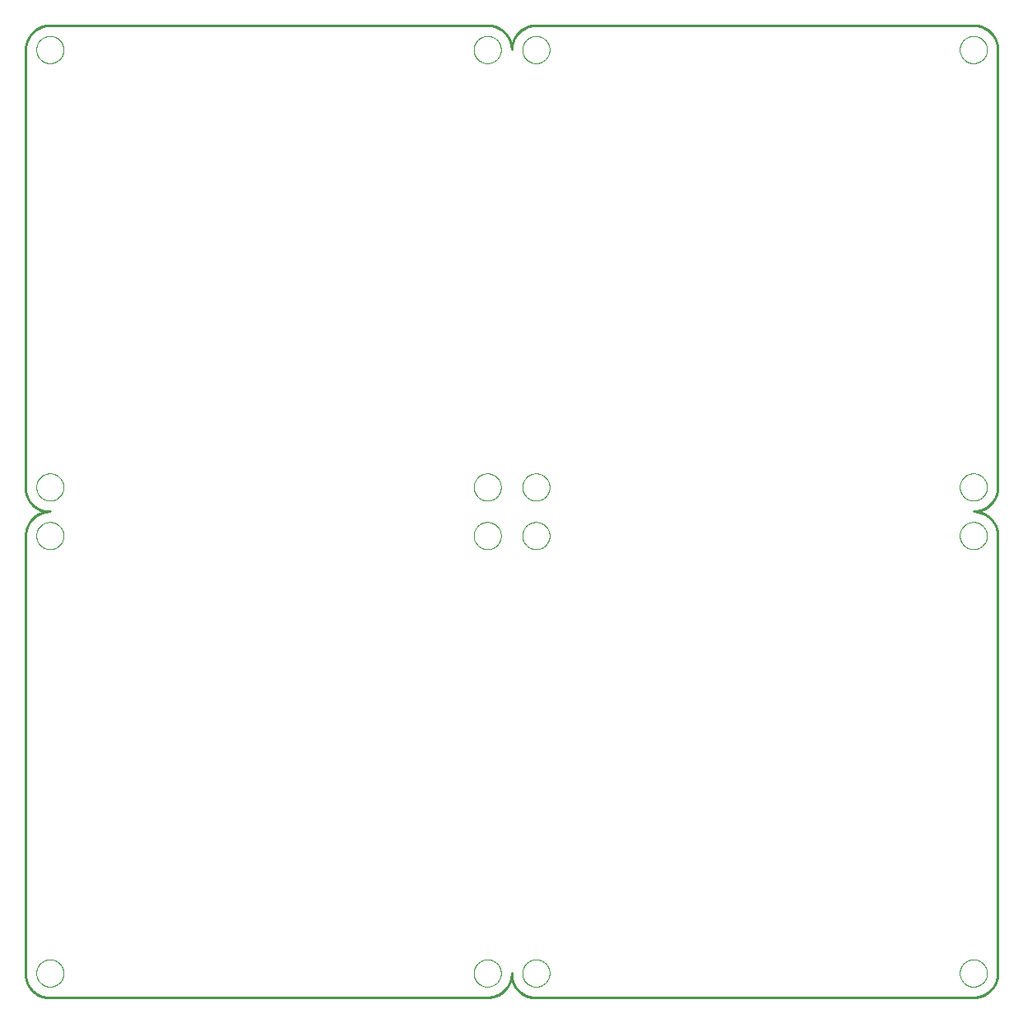
<source format=gtp>
G75*
%MOIN*%
%OFA0B0*%
%FSLAX25Y25*%
%IPPOS*%
%LPD*%
%AMOC8*
5,1,8,0,0,1.08239X$1,22.5*
%
%ADD10C,0.00000*%
%ADD11C,0.01000*%
D10*
X0112531Y0165186D02*
X0112533Y0165334D01*
X0112539Y0165482D01*
X0112549Y0165630D01*
X0112563Y0165777D01*
X0112581Y0165924D01*
X0112602Y0166070D01*
X0112628Y0166216D01*
X0112658Y0166361D01*
X0112691Y0166505D01*
X0112729Y0166648D01*
X0112770Y0166790D01*
X0112815Y0166931D01*
X0112863Y0167071D01*
X0112916Y0167210D01*
X0112972Y0167347D01*
X0113032Y0167482D01*
X0113095Y0167616D01*
X0113162Y0167748D01*
X0113233Y0167878D01*
X0113307Y0168006D01*
X0113384Y0168132D01*
X0113465Y0168256D01*
X0113549Y0168378D01*
X0113636Y0168497D01*
X0113727Y0168614D01*
X0113821Y0168729D01*
X0113917Y0168841D01*
X0114017Y0168951D01*
X0114119Y0169057D01*
X0114225Y0169161D01*
X0114333Y0169262D01*
X0114444Y0169360D01*
X0114557Y0169456D01*
X0114673Y0169548D01*
X0114791Y0169637D01*
X0114912Y0169722D01*
X0115035Y0169805D01*
X0115160Y0169884D01*
X0115287Y0169960D01*
X0115416Y0170032D01*
X0115547Y0170101D01*
X0115680Y0170166D01*
X0115815Y0170227D01*
X0115951Y0170285D01*
X0116088Y0170340D01*
X0116227Y0170390D01*
X0116368Y0170437D01*
X0116509Y0170480D01*
X0116652Y0170520D01*
X0116796Y0170555D01*
X0116940Y0170587D01*
X0117086Y0170614D01*
X0117232Y0170638D01*
X0117379Y0170658D01*
X0117526Y0170674D01*
X0117673Y0170686D01*
X0117821Y0170694D01*
X0117969Y0170698D01*
X0118117Y0170698D01*
X0118265Y0170694D01*
X0118413Y0170686D01*
X0118560Y0170674D01*
X0118707Y0170658D01*
X0118854Y0170638D01*
X0119000Y0170614D01*
X0119146Y0170587D01*
X0119290Y0170555D01*
X0119434Y0170520D01*
X0119577Y0170480D01*
X0119718Y0170437D01*
X0119859Y0170390D01*
X0119998Y0170340D01*
X0120135Y0170285D01*
X0120271Y0170227D01*
X0120406Y0170166D01*
X0120539Y0170101D01*
X0120670Y0170032D01*
X0120799Y0169960D01*
X0120926Y0169884D01*
X0121051Y0169805D01*
X0121174Y0169722D01*
X0121295Y0169637D01*
X0121413Y0169548D01*
X0121529Y0169456D01*
X0121642Y0169360D01*
X0121753Y0169262D01*
X0121861Y0169161D01*
X0121967Y0169057D01*
X0122069Y0168951D01*
X0122169Y0168841D01*
X0122265Y0168729D01*
X0122359Y0168614D01*
X0122450Y0168497D01*
X0122537Y0168378D01*
X0122621Y0168256D01*
X0122702Y0168132D01*
X0122779Y0168006D01*
X0122853Y0167878D01*
X0122924Y0167748D01*
X0122991Y0167616D01*
X0123054Y0167482D01*
X0123114Y0167347D01*
X0123170Y0167210D01*
X0123223Y0167071D01*
X0123271Y0166931D01*
X0123316Y0166790D01*
X0123357Y0166648D01*
X0123395Y0166505D01*
X0123428Y0166361D01*
X0123458Y0166216D01*
X0123484Y0166070D01*
X0123505Y0165924D01*
X0123523Y0165777D01*
X0123537Y0165630D01*
X0123547Y0165482D01*
X0123553Y0165334D01*
X0123555Y0165186D01*
X0123553Y0165038D01*
X0123547Y0164890D01*
X0123537Y0164742D01*
X0123523Y0164595D01*
X0123505Y0164448D01*
X0123484Y0164302D01*
X0123458Y0164156D01*
X0123428Y0164011D01*
X0123395Y0163867D01*
X0123357Y0163724D01*
X0123316Y0163582D01*
X0123271Y0163441D01*
X0123223Y0163301D01*
X0123170Y0163162D01*
X0123114Y0163025D01*
X0123054Y0162890D01*
X0122991Y0162756D01*
X0122924Y0162624D01*
X0122853Y0162494D01*
X0122779Y0162366D01*
X0122702Y0162240D01*
X0122621Y0162116D01*
X0122537Y0161994D01*
X0122450Y0161875D01*
X0122359Y0161758D01*
X0122265Y0161643D01*
X0122169Y0161531D01*
X0122069Y0161421D01*
X0121967Y0161315D01*
X0121861Y0161211D01*
X0121753Y0161110D01*
X0121642Y0161012D01*
X0121529Y0160916D01*
X0121413Y0160824D01*
X0121295Y0160735D01*
X0121174Y0160650D01*
X0121051Y0160567D01*
X0120926Y0160488D01*
X0120799Y0160412D01*
X0120670Y0160340D01*
X0120539Y0160271D01*
X0120406Y0160206D01*
X0120271Y0160145D01*
X0120135Y0160087D01*
X0119998Y0160032D01*
X0119859Y0159982D01*
X0119718Y0159935D01*
X0119577Y0159892D01*
X0119434Y0159852D01*
X0119290Y0159817D01*
X0119146Y0159785D01*
X0119000Y0159758D01*
X0118854Y0159734D01*
X0118707Y0159714D01*
X0118560Y0159698D01*
X0118413Y0159686D01*
X0118265Y0159678D01*
X0118117Y0159674D01*
X0117969Y0159674D01*
X0117821Y0159678D01*
X0117673Y0159686D01*
X0117526Y0159698D01*
X0117379Y0159714D01*
X0117232Y0159734D01*
X0117086Y0159758D01*
X0116940Y0159785D01*
X0116796Y0159817D01*
X0116652Y0159852D01*
X0116509Y0159892D01*
X0116368Y0159935D01*
X0116227Y0159982D01*
X0116088Y0160032D01*
X0115951Y0160087D01*
X0115815Y0160145D01*
X0115680Y0160206D01*
X0115547Y0160271D01*
X0115416Y0160340D01*
X0115287Y0160412D01*
X0115160Y0160488D01*
X0115035Y0160567D01*
X0114912Y0160650D01*
X0114791Y0160735D01*
X0114673Y0160824D01*
X0114557Y0160916D01*
X0114444Y0161012D01*
X0114333Y0161110D01*
X0114225Y0161211D01*
X0114119Y0161315D01*
X0114017Y0161421D01*
X0113917Y0161531D01*
X0113821Y0161643D01*
X0113727Y0161758D01*
X0113636Y0161875D01*
X0113549Y0161994D01*
X0113465Y0162116D01*
X0113384Y0162240D01*
X0113307Y0162366D01*
X0113233Y0162494D01*
X0113162Y0162624D01*
X0113095Y0162756D01*
X0113032Y0162890D01*
X0112972Y0163025D01*
X0112916Y0163162D01*
X0112863Y0163301D01*
X0112815Y0163441D01*
X0112770Y0163582D01*
X0112729Y0163724D01*
X0112691Y0163867D01*
X0112658Y0164011D01*
X0112628Y0164156D01*
X0112602Y0164302D01*
X0112581Y0164448D01*
X0112563Y0164595D01*
X0112549Y0164742D01*
X0112539Y0164890D01*
X0112533Y0165038D01*
X0112531Y0165186D01*
X0112531Y0342351D02*
X0112533Y0342499D01*
X0112539Y0342647D01*
X0112549Y0342795D01*
X0112563Y0342942D01*
X0112581Y0343089D01*
X0112602Y0343235D01*
X0112628Y0343381D01*
X0112658Y0343526D01*
X0112691Y0343670D01*
X0112729Y0343813D01*
X0112770Y0343955D01*
X0112815Y0344096D01*
X0112863Y0344236D01*
X0112916Y0344375D01*
X0112972Y0344512D01*
X0113032Y0344647D01*
X0113095Y0344781D01*
X0113162Y0344913D01*
X0113233Y0345043D01*
X0113307Y0345171D01*
X0113384Y0345297D01*
X0113465Y0345421D01*
X0113549Y0345543D01*
X0113636Y0345662D01*
X0113727Y0345779D01*
X0113821Y0345894D01*
X0113917Y0346006D01*
X0114017Y0346116D01*
X0114119Y0346222D01*
X0114225Y0346326D01*
X0114333Y0346427D01*
X0114444Y0346525D01*
X0114557Y0346621D01*
X0114673Y0346713D01*
X0114791Y0346802D01*
X0114912Y0346887D01*
X0115035Y0346970D01*
X0115160Y0347049D01*
X0115287Y0347125D01*
X0115416Y0347197D01*
X0115547Y0347266D01*
X0115680Y0347331D01*
X0115815Y0347392D01*
X0115951Y0347450D01*
X0116088Y0347505D01*
X0116227Y0347555D01*
X0116368Y0347602D01*
X0116509Y0347645D01*
X0116652Y0347685D01*
X0116796Y0347720D01*
X0116940Y0347752D01*
X0117086Y0347779D01*
X0117232Y0347803D01*
X0117379Y0347823D01*
X0117526Y0347839D01*
X0117673Y0347851D01*
X0117821Y0347859D01*
X0117969Y0347863D01*
X0118117Y0347863D01*
X0118265Y0347859D01*
X0118413Y0347851D01*
X0118560Y0347839D01*
X0118707Y0347823D01*
X0118854Y0347803D01*
X0119000Y0347779D01*
X0119146Y0347752D01*
X0119290Y0347720D01*
X0119434Y0347685D01*
X0119577Y0347645D01*
X0119718Y0347602D01*
X0119859Y0347555D01*
X0119998Y0347505D01*
X0120135Y0347450D01*
X0120271Y0347392D01*
X0120406Y0347331D01*
X0120539Y0347266D01*
X0120670Y0347197D01*
X0120799Y0347125D01*
X0120926Y0347049D01*
X0121051Y0346970D01*
X0121174Y0346887D01*
X0121295Y0346802D01*
X0121413Y0346713D01*
X0121529Y0346621D01*
X0121642Y0346525D01*
X0121753Y0346427D01*
X0121861Y0346326D01*
X0121967Y0346222D01*
X0122069Y0346116D01*
X0122169Y0346006D01*
X0122265Y0345894D01*
X0122359Y0345779D01*
X0122450Y0345662D01*
X0122537Y0345543D01*
X0122621Y0345421D01*
X0122702Y0345297D01*
X0122779Y0345171D01*
X0122853Y0345043D01*
X0122924Y0344913D01*
X0122991Y0344781D01*
X0123054Y0344647D01*
X0123114Y0344512D01*
X0123170Y0344375D01*
X0123223Y0344236D01*
X0123271Y0344096D01*
X0123316Y0343955D01*
X0123357Y0343813D01*
X0123395Y0343670D01*
X0123428Y0343526D01*
X0123458Y0343381D01*
X0123484Y0343235D01*
X0123505Y0343089D01*
X0123523Y0342942D01*
X0123537Y0342795D01*
X0123547Y0342647D01*
X0123553Y0342499D01*
X0123555Y0342351D01*
X0123553Y0342203D01*
X0123547Y0342055D01*
X0123537Y0341907D01*
X0123523Y0341760D01*
X0123505Y0341613D01*
X0123484Y0341467D01*
X0123458Y0341321D01*
X0123428Y0341176D01*
X0123395Y0341032D01*
X0123357Y0340889D01*
X0123316Y0340747D01*
X0123271Y0340606D01*
X0123223Y0340466D01*
X0123170Y0340327D01*
X0123114Y0340190D01*
X0123054Y0340055D01*
X0122991Y0339921D01*
X0122924Y0339789D01*
X0122853Y0339659D01*
X0122779Y0339531D01*
X0122702Y0339405D01*
X0122621Y0339281D01*
X0122537Y0339159D01*
X0122450Y0339040D01*
X0122359Y0338923D01*
X0122265Y0338808D01*
X0122169Y0338696D01*
X0122069Y0338586D01*
X0121967Y0338480D01*
X0121861Y0338376D01*
X0121753Y0338275D01*
X0121642Y0338177D01*
X0121529Y0338081D01*
X0121413Y0337989D01*
X0121295Y0337900D01*
X0121174Y0337815D01*
X0121051Y0337732D01*
X0120926Y0337653D01*
X0120799Y0337577D01*
X0120670Y0337505D01*
X0120539Y0337436D01*
X0120406Y0337371D01*
X0120271Y0337310D01*
X0120135Y0337252D01*
X0119998Y0337197D01*
X0119859Y0337147D01*
X0119718Y0337100D01*
X0119577Y0337057D01*
X0119434Y0337017D01*
X0119290Y0336982D01*
X0119146Y0336950D01*
X0119000Y0336923D01*
X0118854Y0336899D01*
X0118707Y0336879D01*
X0118560Y0336863D01*
X0118413Y0336851D01*
X0118265Y0336843D01*
X0118117Y0336839D01*
X0117969Y0336839D01*
X0117821Y0336843D01*
X0117673Y0336851D01*
X0117526Y0336863D01*
X0117379Y0336879D01*
X0117232Y0336899D01*
X0117086Y0336923D01*
X0116940Y0336950D01*
X0116796Y0336982D01*
X0116652Y0337017D01*
X0116509Y0337057D01*
X0116368Y0337100D01*
X0116227Y0337147D01*
X0116088Y0337197D01*
X0115951Y0337252D01*
X0115815Y0337310D01*
X0115680Y0337371D01*
X0115547Y0337436D01*
X0115416Y0337505D01*
X0115287Y0337577D01*
X0115160Y0337653D01*
X0115035Y0337732D01*
X0114912Y0337815D01*
X0114791Y0337900D01*
X0114673Y0337989D01*
X0114557Y0338081D01*
X0114444Y0338177D01*
X0114333Y0338275D01*
X0114225Y0338376D01*
X0114119Y0338480D01*
X0114017Y0338586D01*
X0113917Y0338696D01*
X0113821Y0338808D01*
X0113727Y0338923D01*
X0113636Y0339040D01*
X0113549Y0339159D01*
X0113465Y0339281D01*
X0113384Y0339405D01*
X0113307Y0339531D01*
X0113233Y0339659D01*
X0113162Y0339789D01*
X0113095Y0339921D01*
X0113032Y0340055D01*
X0112972Y0340190D01*
X0112916Y0340327D01*
X0112863Y0340466D01*
X0112815Y0340606D01*
X0112770Y0340747D01*
X0112729Y0340889D01*
X0112691Y0341032D01*
X0112658Y0341176D01*
X0112628Y0341321D01*
X0112602Y0341467D01*
X0112581Y0341613D01*
X0112563Y0341760D01*
X0112549Y0341907D01*
X0112539Y0342055D01*
X0112533Y0342203D01*
X0112531Y0342351D01*
X0112531Y0362036D02*
X0112533Y0362184D01*
X0112539Y0362332D01*
X0112549Y0362480D01*
X0112563Y0362627D01*
X0112581Y0362774D01*
X0112602Y0362920D01*
X0112628Y0363066D01*
X0112658Y0363211D01*
X0112691Y0363355D01*
X0112729Y0363498D01*
X0112770Y0363640D01*
X0112815Y0363781D01*
X0112863Y0363921D01*
X0112916Y0364060D01*
X0112972Y0364197D01*
X0113032Y0364332D01*
X0113095Y0364466D01*
X0113162Y0364598D01*
X0113233Y0364728D01*
X0113307Y0364856D01*
X0113384Y0364982D01*
X0113465Y0365106D01*
X0113549Y0365228D01*
X0113636Y0365347D01*
X0113727Y0365464D01*
X0113821Y0365579D01*
X0113917Y0365691D01*
X0114017Y0365801D01*
X0114119Y0365907D01*
X0114225Y0366011D01*
X0114333Y0366112D01*
X0114444Y0366210D01*
X0114557Y0366306D01*
X0114673Y0366398D01*
X0114791Y0366487D01*
X0114912Y0366572D01*
X0115035Y0366655D01*
X0115160Y0366734D01*
X0115287Y0366810D01*
X0115416Y0366882D01*
X0115547Y0366951D01*
X0115680Y0367016D01*
X0115815Y0367077D01*
X0115951Y0367135D01*
X0116088Y0367190D01*
X0116227Y0367240D01*
X0116368Y0367287D01*
X0116509Y0367330D01*
X0116652Y0367370D01*
X0116796Y0367405D01*
X0116940Y0367437D01*
X0117086Y0367464D01*
X0117232Y0367488D01*
X0117379Y0367508D01*
X0117526Y0367524D01*
X0117673Y0367536D01*
X0117821Y0367544D01*
X0117969Y0367548D01*
X0118117Y0367548D01*
X0118265Y0367544D01*
X0118413Y0367536D01*
X0118560Y0367524D01*
X0118707Y0367508D01*
X0118854Y0367488D01*
X0119000Y0367464D01*
X0119146Y0367437D01*
X0119290Y0367405D01*
X0119434Y0367370D01*
X0119577Y0367330D01*
X0119718Y0367287D01*
X0119859Y0367240D01*
X0119998Y0367190D01*
X0120135Y0367135D01*
X0120271Y0367077D01*
X0120406Y0367016D01*
X0120539Y0366951D01*
X0120670Y0366882D01*
X0120799Y0366810D01*
X0120926Y0366734D01*
X0121051Y0366655D01*
X0121174Y0366572D01*
X0121295Y0366487D01*
X0121413Y0366398D01*
X0121529Y0366306D01*
X0121642Y0366210D01*
X0121753Y0366112D01*
X0121861Y0366011D01*
X0121967Y0365907D01*
X0122069Y0365801D01*
X0122169Y0365691D01*
X0122265Y0365579D01*
X0122359Y0365464D01*
X0122450Y0365347D01*
X0122537Y0365228D01*
X0122621Y0365106D01*
X0122702Y0364982D01*
X0122779Y0364856D01*
X0122853Y0364728D01*
X0122924Y0364598D01*
X0122991Y0364466D01*
X0123054Y0364332D01*
X0123114Y0364197D01*
X0123170Y0364060D01*
X0123223Y0363921D01*
X0123271Y0363781D01*
X0123316Y0363640D01*
X0123357Y0363498D01*
X0123395Y0363355D01*
X0123428Y0363211D01*
X0123458Y0363066D01*
X0123484Y0362920D01*
X0123505Y0362774D01*
X0123523Y0362627D01*
X0123537Y0362480D01*
X0123547Y0362332D01*
X0123553Y0362184D01*
X0123555Y0362036D01*
X0123553Y0361888D01*
X0123547Y0361740D01*
X0123537Y0361592D01*
X0123523Y0361445D01*
X0123505Y0361298D01*
X0123484Y0361152D01*
X0123458Y0361006D01*
X0123428Y0360861D01*
X0123395Y0360717D01*
X0123357Y0360574D01*
X0123316Y0360432D01*
X0123271Y0360291D01*
X0123223Y0360151D01*
X0123170Y0360012D01*
X0123114Y0359875D01*
X0123054Y0359740D01*
X0122991Y0359606D01*
X0122924Y0359474D01*
X0122853Y0359344D01*
X0122779Y0359216D01*
X0122702Y0359090D01*
X0122621Y0358966D01*
X0122537Y0358844D01*
X0122450Y0358725D01*
X0122359Y0358608D01*
X0122265Y0358493D01*
X0122169Y0358381D01*
X0122069Y0358271D01*
X0121967Y0358165D01*
X0121861Y0358061D01*
X0121753Y0357960D01*
X0121642Y0357862D01*
X0121529Y0357766D01*
X0121413Y0357674D01*
X0121295Y0357585D01*
X0121174Y0357500D01*
X0121051Y0357417D01*
X0120926Y0357338D01*
X0120799Y0357262D01*
X0120670Y0357190D01*
X0120539Y0357121D01*
X0120406Y0357056D01*
X0120271Y0356995D01*
X0120135Y0356937D01*
X0119998Y0356882D01*
X0119859Y0356832D01*
X0119718Y0356785D01*
X0119577Y0356742D01*
X0119434Y0356702D01*
X0119290Y0356667D01*
X0119146Y0356635D01*
X0119000Y0356608D01*
X0118854Y0356584D01*
X0118707Y0356564D01*
X0118560Y0356548D01*
X0118413Y0356536D01*
X0118265Y0356528D01*
X0118117Y0356524D01*
X0117969Y0356524D01*
X0117821Y0356528D01*
X0117673Y0356536D01*
X0117526Y0356548D01*
X0117379Y0356564D01*
X0117232Y0356584D01*
X0117086Y0356608D01*
X0116940Y0356635D01*
X0116796Y0356667D01*
X0116652Y0356702D01*
X0116509Y0356742D01*
X0116368Y0356785D01*
X0116227Y0356832D01*
X0116088Y0356882D01*
X0115951Y0356937D01*
X0115815Y0356995D01*
X0115680Y0357056D01*
X0115547Y0357121D01*
X0115416Y0357190D01*
X0115287Y0357262D01*
X0115160Y0357338D01*
X0115035Y0357417D01*
X0114912Y0357500D01*
X0114791Y0357585D01*
X0114673Y0357674D01*
X0114557Y0357766D01*
X0114444Y0357862D01*
X0114333Y0357960D01*
X0114225Y0358061D01*
X0114119Y0358165D01*
X0114017Y0358271D01*
X0113917Y0358381D01*
X0113821Y0358493D01*
X0113727Y0358608D01*
X0113636Y0358725D01*
X0113549Y0358844D01*
X0113465Y0358966D01*
X0113384Y0359090D01*
X0113307Y0359216D01*
X0113233Y0359344D01*
X0113162Y0359474D01*
X0113095Y0359606D01*
X0113032Y0359740D01*
X0112972Y0359875D01*
X0112916Y0360012D01*
X0112863Y0360151D01*
X0112815Y0360291D01*
X0112770Y0360432D01*
X0112729Y0360574D01*
X0112691Y0360717D01*
X0112658Y0360861D01*
X0112628Y0361006D01*
X0112602Y0361152D01*
X0112581Y0361298D01*
X0112563Y0361445D01*
X0112549Y0361592D01*
X0112539Y0361740D01*
X0112533Y0361888D01*
X0112531Y0362036D01*
X0112531Y0539202D02*
X0112533Y0539350D01*
X0112539Y0539498D01*
X0112549Y0539646D01*
X0112563Y0539793D01*
X0112581Y0539940D01*
X0112602Y0540086D01*
X0112628Y0540232D01*
X0112658Y0540377D01*
X0112691Y0540521D01*
X0112729Y0540664D01*
X0112770Y0540806D01*
X0112815Y0540947D01*
X0112863Y0541087D01*
X0112916Y0541226D01*
X0112972Y0541363D01*
X0113032Y0541498D01*
X0113095Y0541632D01*
X0113162Y0541764D01*
X0113233Y0541894D01*
X0113307Y0542022D01*
X0113384Y0542148D01*
X0113465Y0542272D01*
X0113549Y0542394D01*
X0113636Y0542513D01*
X0113727Y0542630D01*
X0113821Y0542745D01*
X0113917Y0542857D01*
X0114017Y0542967D01*
X0114119Y0543073D01*
X0114225Y0543177D01*
X0114333Y0543278D01*
X0114444Y0543376D01*
X0114557Y0543472D01*
X0114673Y0543564D01*
X0114791Y0543653D01*
X0114912Y0543738D01*
X0115035Y0543821D01*
X0115160Y0543900D01*
X0115287Y0543976D01*
X0115416Y0544048D01*
X0115547Y0544117D01*
X0115680Y0544182D01*
X0115815Y0544243D01*
X0115951Y0544301D01*
X0116088Y0544356D01*
X0116227Y0544406D01*
X0116368Y0544453D01*
X0116509Y0544496D01*
X0116652Y0544536D01*
X0116796Y0544571D01*
X0116940Y0544603D01*
X0117086Y0544630D01*
X0117232Y0544654D01*
X0117379Y0544674D01*
X0117526Y0544690D01*
X0117673Y0544702D01*
X0117821Y0544710D01*
X0117969Y0544714D01*
X0118117Y0544714D01*
X0118265Y0544710D01*
X0118413Y0544702D01*
X0118560Y0544690D01*
X0118707Y0544674D01*
X0118854Y0544654D01*
X0119000Y0544630D01*
X0119146Y0544603D01*
X0119290Y0544571D01*
X0119434Y0544536D01*
X0119577Y0544496D01*
X0119718Y0544453D01*
X0119859Y0544406D01*
X0119998Y0544356D01*
X0120135Y0544301D01*
X0120271Y0544243D01*
X0120406Y0544182D01*
X0120539Y0544117D01*
X0120670Y0544048D01*
X0120799Y0543976D01*
X0120926Y0543900D01*
X0121051Y0543821D01*
X0121174Y0543738D01*
X0121295Y0543653D01*
X0121413Y0543564D01*
X0121529Y0543472D01*
X0121642Y0543376D01*
X0121753Y0543278D01*
X0121861Y0543177D01*
X0121967Y0543073D01*
X0122069Y0542967D01*
X0122169Y0542857D01*
X0122265Y0542745D01*
X0122359Y0542630D01*
X0122450Y0542513D01*
X0122537Y0542394D01*
X0122621Y0542272D01*
X0122702Y0542148D01*
X0122779Y0542022D01*
X0122853Y0541894D01*
X0122924Y0541764D01*
X0122991Y0541632D01*
X0123054Y0541498D01*
X0123114Y0541363D01*
X0123170Y0541226D01*
X0123223Y0541087D01*
X0123271Y0540947D01*
X0123316Y0540806D01*
X0123357Y0540664D01*
X0123395Y0540521D01*
X0123428Y0540377D01*
X0123458Y0540232D01*
X0123484Y0540086D01*
X0123505Y0539940D01*
X0123523Y0539793D01*
X0123537Y0539646D01*
X0123547Y0539498D01*
X0123553Y0539350D01*
X0123555Y0539202D01*
X0123553Y0539054D01*
X0123547Y0538906D01*
X0123537Y0538758D01*
X0123523Y0538611D01*
X0123505Y0538464D01*
X0123484Y0538318D01*
X0123458Y0538172D01*
X0123428Y0538027D01*
X0123395Y0537883D01*
X0123357Y0537740D01*
X0123316Y0537598D01*
X0123271Y0537457D01*
X0123223Y0537317D01*
X0123170Y0537178D01*
X0123114Y0537041D01*
X0123054Y0536906D01*
X0122991Y0536772D01*
X0122924Y0536640D01*
X0122853Y0536510D01*
X0122779Y0536382D01*
X0122702Y0536256D01*
X0122621Y0536132D01*
X0122537Y0536010D01*
X0122450Y0535891D01*
X0122359Y0535774D01*
X0122265Y0535659D01*
X0122169Y0535547D01*
X0122069Y0535437D01*
X0121967Y0535331D01*
X0121861Y0535227D01*
X0121753Y0535126D01*
X0121642Y0535028D01*
X0121529Y0534932D01*
X0121413Y0534840D01*
X0121295Y0534751D01*
X0121174Y0534666D01*
X0121051Y0534583D01*
X0120926Y0534504D01*
X0120799Y0534428D01*
X0120670Y0534356D01*
X0120539Y0534287D01*
X0120406Y0534222D01*
X0120271Y0534161D01*
X0120135Y0534103D01*
X0119998Y0534048D01*
X0119859Y0533998D01*
X0119718Y0533951D01*
X0119577Y0533908D01*
X0119434Y0533868D01*
X0119290Y0533833D01*
X0119146Y0533801D01*
X0119000Y0533774D01*
X0118854Y0533750D01*
X0118707Y0533730D01*
X0118560Y0533714D01*
X0118413Y0533702D01*
X0118265Y0533694D01*
X0118117Y0533690D01*
X0117969Y0533690D01*
X0117821Y0533694D01*
X0117673Y0533702D01*
X0117526Y0533714D01*
X0117379Y0533730D01*
X0117232Y0533750D01*
X0117086Y0533774D01*
X0116940Y0533801D01*
X0116796Y0533833D01*
X0116652Y0533868D01*
X0116509Y0533908D01*
X0116368Y0533951D01*
X0116227Y0533998D01*
X0116088Y0534048D01*
X0115951Y0534103D01*
X0115815Y0534161D01*
X0115680Y0534222D01*
X0115547Y0534287D01*
X0115416Y0534356D01*
X0115287Y0534428D01*
X0115160Y0534504D01*
X0115035Y0534583D01*
X0114912Y0534666D01*
X0114791Y0534751D01*
X0114673Y0534840D01*
X0114557Y0534932D01*
X0114444Y0535028D01*
X0114333Y0535126D01*
X0114225Y0535227D01*
X0114119Y0535331D01*
X0114017Y0535437D01*
X0113917Y0535547D01*
X0113821Y0535659D01*
X0113727Y0535774D01*
X0113636Y0535891D01*
X0113549Y0536010D01*
X0113465Y0536132D01*
X0113384Y0536256D01*
X0113307Y0536382D01*
X0113233Y0536510D01*
X0113162Y0536640D01*
X0113095Y0536772D01*
X0113032Y0536906D01*
X0112972Y0537041D01*
X0112916Y0537178D01*
X0112863Y0537317D01*
X0112815Y0537457D01*
X0112770Y0537598D01*
X0112729Y0537740D01*
X0112691Y0537883D01*
X0112658Y0538027D01*
X0112628Y0538172D01*
X0112602Y0538318D01*
X0112581Y0538464D01*
X0112563Y0538611D01*
X0112549Y0538758D01*
X0112539Y0538906D01*
X0112533Y0539054D01*
X0112531Y0539202D01*
X0289696Y0539202D02*
X0289698Y0539350D01*
X0289704Y0539498D01*
X0289714Y0539646D01*
X0289728Y0539793D01*
X0289746Y0539940D01*
X0289767Y0540086D01*
X0289793Y0540232D01*
X0289823Y0540377D01*
X0289856Y0540521D01*
X0289894Y0540664D01*
X0289935Y0540806D01*
X0289980Y0540947D01*
X0290028Y0541087D01*
X0290081Y0541226D01*
X0290137Y0541363D01*
X0290197Y0541498D01*
X0290260Y0541632D01*
X0290327Y0541764D01*
X0290398Y0541894D01*
X0290472Y0542022D01*
X0290549Y0542148D01*
X0290630Y0542272D01*
X0290714Y0542394D01*
X0290801Y0542513D01*
X0290892Y0542630D01*
X0290986Y0542745D01*
X0291082Y0542857D01*
X0291182Y0542967D01*
X0291284Y0543073D01*
X0291390Y0543177D01*
X0291498Y0543278D01*
X0291609Y0543376D01*
X0291722Y0543472D01*
X0291838Y0543564D01*
X0291956Y0543653D01*
X0292077Y0543738D01*
X0292200Y0543821D01*
X0292325Y0543900D01*
X0292452Y0543976D01*
X0292581Y0544048D01*
X0292712Y0544117D01*
X0292845Y0544182D01*
X0292980Y0544243D01*
X0293116Y0544301D01*
X0293253Y0544356D01*
X0293392Y0544406D01*
X0293533Y0544453D01*
X0293674Y0544496D01*
X0293817Y0544536D01*
X0293961Y0544571D01*
X0294105Y0544603D01*
X0294251Y0544630D01*
X0294397Y0544654D01*
X0294544Y0544674D01*
X0294691Y0544690D01*
X0294838Y0544702D01*
X0294986Y0544710D01*
X0295134Y0544714D01*
X0295282Y0544714D01*
X0295430Y0544710D01*
X0295578Y0544702D01*
X0295725Y0544690D01*
X0295872Y0544674D01*
X0296019Y0544654D01*
X0296165Y0544630D01*
X0296311Y0544603D01*
X0296455Y0544571D01*
X0296599Y0544536D01*
X0296742Y0544496D01*
X0296883Y0544453D01*
X0297024Y0544406D01*
X0297163Y0544356D01*
X0297300Y0544301D01*
X0297436Y0544243D01*
X0297571Y0544182D01*
X0297704Y0544117D01*
X0297835Y0544048D01*
X0297964Y0543976D01*
X0298091Y0543900D01*
X0298216Y0543821D01*
X0298339Y0543738D01*
X0298460Y0543653D01*
X0298578Y0543564D01*
X0298694Y0543472D01*
X0298807Y0543376D01*
X0298918Y0543278D01*
X0299026Y0543177D01*
X0299132Y0543073D01*
X0299234Y0542967D01*
X0299334Y0542857D01*
X0299430Y0542745D01*
X0299524Y0542630D01*
X0299615Y0542513D01*
X0299702Y0542394D01*
X0299786Y0542272D01*
X0299867Y0542148D01*
X0299944Y0542022D01*
X0300018Y0541894D01*
X0300089Y0541764D01*
X0300156Y0541632D01*
X0300219Y0541498D01*
X0300279Y0541363D01*
X0300335Y0541226D01*
X0300388Y0541087D01*
X0300436Y0540947D01*
X0300481Y0540806D01*
X0300522Y0540664D01*
X0300560Y0540521D01*
X0300593Y0540377D01*
X0300623Y0540232D01*
X0300649Y0540086D01*
X0300670Y0539940D01*
X0300688Y0539793D01*
X0300702Y0539646D01*
X0300712Y0539498D01*
X0300718Y0539350D01*
X0300720Y0539202D01*
X0300718Y0539054D01*
X0300712Y0538906D01*
X0300702Y0538758D01*
X0300688Y0538611D01*
X0300670Y0538464D01*
X0300649Y0538318D01*
X0300623Y0538172D01*
X0300593Y0538027D01*
X0300560Y0537883D01*
X0300522Y0537740D01*
X0300481Y0537598D01*
X0300436Y0537457D01*
X0300388Y0537317D01*
X0300335Y0537178D01*
X0300279Y0537041D01*
X0300219Y0536906D01*
X0300156Y0536772D01*
X0300089Y0536640D01*
X0300018Y0536510D01*
X0299944Y0536382D01*
X0299867Y0536256D01*
X0299786Y0536132D01*
X0299702Y0536010D01*
X0299615Y0535891D01*
X0299524Y0535774D01*
X0299430Y0535659D01*
X0299334Y0535547D01*
X0299234Y0535437D01*
X0299132Y0535331D01*
X0299026Y0535227D01*
X0298918Y0535126D01*
X0298807Y0535028D01*
X0298694Y0534932D01*
X0298578Y0534840D01*
X0298460Y0534751D01*
X0298339Y0534666D01*
X0298216Y0534583D01*
X0298091Y0534504D01*
X0297964Y0534428D01*
X0297835Y0534356D01*
X0297704Y0534287D01*
X0297571Y0534222D01*
X0297436Y0534161D01*
X0297300Y0534103D01*
X0297163Y0534048D01*
X0297024Y0533998D01*
X0296883Y0533951D01*
X0296742Y0533908D01*
X0296599Y0533868D01*
X0296455Y0533833D01*
X0296311Y0533801D01*
X0296165Y0533774D01*
X0296019Y0533750D01*
X0295872Y0533730D01*
X0295725Y0533714D01*
X0295578Y0533702D01*
X0295430Y0533694D01*
X0295282Y0533690D01*
X0295134Y0533690D01*
X0294986Y0533694D01*
X0294838Y0533702D01*
X0294691Y0533714D01*
X0294544Y0533730D01*
X0294397Y0533750D01*
X0294251Y0533774D01*
X0294105Y0533801D01*
X0293961Y0533833D01*
X0293817Y0533868D01*
X0293674Y0533908D01*
X0293533Y0533951D01*
X0293392Y0533998D01*
X0293253Y0534048D01*
X0293116Y0534103D01*
X0292980Y0534161D01*
X0292845Y0534222D01*
X0292712Y0534287D01*
X0292581Y0534356D01*
X0292452Y0534428D01*
X0292325Y0534504D01*
X0292200Y0534583D01*
X0292077Y0534666D01*
X0291956Y0534751D01*
X0291838Y0534840D01*
X0291722Y0534932D01*
X0291609Y0535028D01*
X0291498Y0535126D01*
X0291390Y0535227D01*
X0291284Y0535331D01*
X0291182Y0535437D01*
X0291082Y0535547D01*
X0290986Y0535659D01*
X0290892Y0535774D01*
X0290801Y0535891D01*
X0290714Y0536010D01*
X0290630Y0536132D01*
X0290549Y0536256D01*
X0290472Y0536382D01*
X0290398Y0536510D01*
X0290327Y0536640D01*
X0290260Y0536772D01*
X0290197Y0536906D01*
X0290137Y0537041D01*
X0290081Y0537178D01*
X0290028Y0537317D01*
X0289980Y0537457D01*
X0289935Y0537598D01*
X0289894Y0537740D01*
X0289856Y0537883D01*
X0289823Y0538027D01*
X0289793Y0538172D01*
X0289767Y0538318D01*
X0289746Y0538464D01*
X0289728Y0538611D01*
X0289714Y0538758D01*
X0289704Y0538906D01*
X0289698Y0539054D01*
X0289696Y0539202D01*
X0309381Y0539202D02*
X0309383Y0539350D01*
X0309389Y0539498D01*
X0309399Y0539646D01*
X0309413Y0539793D01*
X0309431Y0539940D01*
X0309452Y0540086D01*
X0309478Y0540232D01*
X0309508Y0540377D01*
X0309541Y0540521D01*
X0309579Y0540664D01*
X0309620Y0540806D01*
X0309665Y0540947D01*
X0309713Y0541087D01*
X0309766Y0541226D01*
X0309822Y0541363D01*
X0309882Y0541498D01*
X0309945Y0541632D01*
X0310012Y0541764D01*
X0310083Y0541894D01*
X0310157Y0542022D01*
X0310234Y0542148D01*
X0310315Y0542272D01*
X0310399Y0542394D01*
X0310486Y0542513D01*
X0310577Y0542630D01*
X0310671Y0542745D01*
X0310767Y0542857D01*
X0310867Y0542967D01*
X0310969Y0543073D01*
X0311075Y0543177D01*
X0311183Y0543278D01*
X0311294Y0543376D01*
X0311407Y0543472D01*
X0311523Y0543564D01*
X0311641Y0543653D01*
X0311762Y0543738D01*
X0311885Y0543821D01*
X0312010Y0543900D01*
X0312137Y0543976D01*
X0312266Y0544048D01*
X0312397Y0544117D01*
X0312530Y0544182D01*
X0312665Y0544243D01*
X0312801Y0544301D01*
X0312938Y0544356D01*
X0313077Y0544406D01*
X0313218Y0544453D01*
X0313359Y0544496D01*
X0313502Y0544536D01*
X0313646Y0544571D01*
X0313790Y0544603D01*
X0313936Y0544630D01*
X0314082Y0544654D01*
X0314229Y0544674D01*
X0314376Y0544690D01*
X0314523Y0544702D01*
X0314671Y0544710D01*
X0314819Y0544714D01*
X0314967Y0544714D01*
X0315115Y0544710D01*
X0315263Y0544702D01*
X0315410Y0544690D01*
X0315557Y0544674D01*
X0315704Y0544654D01*
X0315850Y0544630D01*
X0315996Y0544603D01*
X0316140Y0544571D01*
X0316284Y0544536D01*
X0316427Y0544496D01*
X0316568Y0544453D01*
X0316709Y0544406D01*
X0316848Y0544356D01*
X0316985Y0544301D01*
X0317121Y0544243D01*
X0317256Y0544182D01*
X0317389Y0544117D01*
X0317520Y0544048D01*
X0317649Y0543976D01*
X0317776Y0543900D01*
X0317901Y0543821D01*
X0318024Y0543738D01*
X0318145Y0543653D01*
X0318263Y0543564D01*
X0318379Y0543472D01*
X0318492Y0543376D01*
X0318603Y0543278D01*
X0318711Y0543177D01*
X0318817Y0543073D01*
X0318919Y0542967D01*
X0319019Y0542857D01*
X0319115Y0542745D01*
X0319209Y0542630D01*
X0319300Y0542513D01*
X0319387Y0542394D01*
X0319471Y0542272D01*
X0319552Y0542148D01*
X0319629Y0542022D01*
X0319703Y0541894D01*
X0319774Y0541764D01*
X0319841Y0541632D01*
X0319904Y0541498D01*
X0319964Y0541363D01*
X0320020Y0541226D01*
X0320073Y0541087D01*
X0320121Y0540947D01*
X0320166Y0540806D01*
X0320207Y0540664D01*
X0320245Y0540521D01*
X0320278Y0540377D01*
X0320308Y0540232D01*
X0320334Y0540086D01*
X0320355Y0539940D01*
X0320373Y0539793D01*
X0320387Y0539646D01*
X0320397Y0539498D01*
X0320403Y0539350D01*
X0320405Y0539202D01*
X0320403Y0539054D01*
X0320397Y0538906D01*
X0320387Y0538758D01*
X0320373Y0538611D01*
X0320355Y0538464D01*
X0320334Y0538318D01*
X0320308Y0538172D01*
X0320278Y0538027D01*
X0320245Y0537883D01*
X0320207Y0537740D01*
X0320166Y0537598D01*
X0320121Y0537457D01*
X0320073Y0537317D01*
X0320020Y0537178D01*
X0319964Y0537041D01*
X0319904Y0536906D01*
X0319841Y0536772D01*
X0319774Y0536640D01*
X0319703Y0536510D01*
X0319629Y0536382D01*
X0319552Y0536256D01*
X0319471Y0536132D01*
X0319387Y0536010D01*
X0319300Y0535891D01*
X0319209Y0535774D01*
X0319115Y0535659D01*
X0319019Y0535547D01*
X0318919Y0535437D01*
X0318817Y0535331D01*
X0318711Y0535227D01*
X0318603Y0535126D01*
X0318492Y0535028D01*
X0318379Y0534932D01*
X0318263Y0534840D01*
X0318145Y0534751D01*
X0318024Y0534666D01*
X0317901Y0534583D01*
X0317776Y0534504D01*
X0317649Y0534428D01*
X0317520Y0534356D01*
X0317389Y0534287D01*
X0317256Y0534222D01*
X0317121Y0534161D01*
X0316985Y0534103D01*
X0316848Y0534048D01*
X0316709Y0533998D01*
X0316568Y0533951D01*
X0316427Y0533908D01*
X0316284Y0533868D01*
X0316140Y0533833D01*
X0315996Y0533801D01*
X0315850Y0533774D01*
X0315704Y0533750D01*
X0315557Y0533730D01*
X0315410Y0533714D01*
X0315263Y0533702D01*
X0315115Y0533694D01*
X0314967Y0533690D01*
X0314819Y0533690D01*
X0314671Y0533694D01*
X0314523Y0533702D01*
X0314376Y0533714D01*
X0314229Y0533730D01*
X0314082Y0533750D01*
X0313936Y0533774D01*
X0313790Y0533801D01*
X0313646Y0533833D01*
X0313502Y0533868D01*
X0313359Y0533908D01*
X0313218Y0533951D01*
X0313077Y0533998D01*
X0312938Y0534048D01*
X0312801Y0534103D01*
X0312665Y0534161D01*
X0312530Y0534222D01*
X0312397Y0534287D01*
X0312266Y0534356D01*
X0312137Y0534428D01*
X0312010Y0534504D01*
X0311885Y0534583D01*
X0311762Y0534666D01*
X0311641Y0534751D01*
X0311523Y0534840D01*
X0311407Y0534932D01*
X0311294Y0535028D01*
X0311183Y0535126D01*
X0311075Y0535227D01*
X0310969Y0535331D01*
X0310867Y0535437D01*
X0310767Y0535547D01*
X0310671Y0535659D01*
X0310577Y0535774D01*
X0310486Y0535891D01*
X0310399Y0536010D01*
X0310315Y0536132D01*
X0310234Y0536256D01*
X0310157Y0536382D01*
X0310083Y0536510D01*
X0310012Y0536640D01*
X0309945Y0536772D01*
X0309882Y0536906D01*
X0309822Y0537041D01*
X0309766Y0537178D01*
X0309713Y0537317D01*
X0309665Y0537457D01*
X0309620Y0537598D01*
X0309579Y0537740D01*
X0309541Y0537883D01*
X0309508Y0538027D01*
X0309478Y0538172D01*
X0309452Y0538318D01*
X0309431Y0538464D01*
X0309413Y0538611D01*
X0309399Y0538758D01*
X0309389Y0538906D01*
X0309383Y0539054D01*
X0309381Y0539202D01*
X0309381Y0362036D02*
X0309383Y0362184D01*
X0309389Y0362332D01*
X0309399Y0362480D01*
X0309413Y0362627D01*
X0309431Y0362774D01*
X0309452Y0362920D01*
X0309478Y0363066D01*
X0309508Y0363211D01*
X0309541Y0363355D01*
X0309579Y0363498D01*
X0309620Y0363640D01*
X0309665Y0363781D01*
X0309713Y0363921D01*
X0309766Y0364060D01*
X0309822Y0364197D01*
X0309882Y0364332D01*
X0309945Y0364466D01*
X0310012Y0364598D01*
X0310083Y0364728D01*
X0310157Y0364856D01*
X0310234Y0364982D01*
X0310315Y0365106D01*
X0310399Y0365228D01*
X0310486Y0365347D01*
X0310577Y0365464D01*
X0310671Y0365579D01*
X0310767Y0365691D01*
X0310867Y0365801D01*
X0310969Y0365907D01*
X0311075Y0366011D01*
X0311183Y0366112D01*
X0311294Y0366210D01*
X0311407Y0366306D01*
X0311523Y0366398D01*
X0311641Y0366487D01*
X0311762Y0366572D01*
X0311885Y0366655D01*
X0312010Y0366734D01*
X0312137Y0366810D01*
X0312266Y0366882D01*
X0312397Y0366951D01*
X0312530Y0367016D01*
X0312665Y0367077D01*
X0312801Y0367135D01*
X0312938Y0367190D01*
X0313077Y0367240D01*
X0313218Y0367287D01*
X0313359Y0367330D01*
X0313502Y0367370D01*
X0313646Y0367405D01*
X0313790Y0367437D01*
X0313936Y0367464D01*
X0314082Y0367488D01*
X0314229Y0367508D01*
X0314376Y0367524D01*
X0314523Y0367536D01*
X0314671Y0367544D01*
X0314819Y0367548D01*
X0314967Y0367548D01*
X0315115Y0367544D01*
X0315263Y0367536D01*
X0315410Y0367524D01*
X0315557Y0367508D01*
X0315704Y0367488D01*
X0315850Y0367464D01*
X0315996Y0367437D01*
X0316140Y0367405D01*
X0316284Y0367370D01*
X0316427Y0367330D01*
X0316568Y0367287D01*
X0316709Y0367240D01*
X0316848Y0367190D01*
X0316985Y0367135D01*
X0317121Y0367077D01*
X0317256Y0367016D01*
X0317389Y0366951D01*
X0317520Y0366882D01*
X0317649Y0366810D01*
X0317776Y0366734D01*
X0317901Y0366655D01*
X0318024Y0366572D01*
X0318145Y0366487D01*
X0318263Y0366398D01*
X0318379Y0366306D01*
X0318492Y0366210D01*
X0318603Y0366112D01*
X0318711Y0366011D01*
X0318817Y0365907D01*
X0318919Y0365801D01*
X0319019Y0365691D01*
X0319115Y0365579D01*
X0319209Y0365464D01*
X0319300Y0365347D01*
X0319387Y0365228D01*
X0319471Y0365106D01*
X0319552Y0364982D01*
X0319629Y0364856D01*
X0319703Y0364728D01*
X0319774Y0364598D01*
X0319841Y0364466D01*
X0319904Y0364332D01*
X0319964Y0364197D01*
X0320020Y0364060D01*
X0320073Y0363921D01*
X0320121Y0363781D01*
X0320166Y0363640D01*
X0320207Y0363498D01*
X0320245Y0363355D01*
X0320278Y0363211D01*
X0320308Y0363066D01*
X0320334Y0362920D01*
X0320355Y0362774D01*
X0320373Y0362627D01*
X0320387Y0362480D01*
X0320397Y0362332D01*
X0320403Y0362184D01*
X0320405Y0362036D01*
X0320403Y0361888D01*
X0320397Y0361740D01*
X0320387Y0361592D01*
X0320373Y0361445D01*
X0320355Y0361298D01*
X0320334Y0361152D01*
X0320308Y0361006D01*
X0320278Y0360861D01*
X0320245Y0360717D01*
X0320207Y0360574D01*
X0320166Y0360432D01*
X0320121Y0360291D01*
X0320073Y0360151D01*
X0320020Y0360012D01*
X0319964Y0359875D01*
X0319904Y0359740D01*
X0319841Y0359606D01*
X0319774Y0359474D01*
X0319703Y0359344D01*
X0319629Y0359216D01*
X0319552Y0359090D01*
X0319471Y0358966D01*
X0319387Y0358844D01*
X0319300Y0358725D01*
X0319209Y0358608D01*
X0319115Y0358493D01*
X0319019Y0358381D01*
X0318919Y0358271D01*
X0318817Y0358165D01*
X0318711Y0358061D01*
X0318603Y0357960D01*
X0318492Y0357862D01*
X0318379Y0357766D01*
X0318263Y0357674D01*
X0318145Y0357585D01*
X0318024Y0357500D01*
X0317901Y0357417D01*
X0317776Y0357338D01*
X0317649Y0357262D01*
X0317520Y0357190D01*
X0317389Y0357121D01*
X0317256Y0357056D01*
X0317121Y0356995D01*
X0316985Y0356937D01*
X0316848Y0356882D01*
X0316709Y0356832D01*
X0316568Y0356785D01*
X0316427Y0356742D01*
X0316284Y0356702D01*
X0316140Y0356667D01*
X0315996Y0356635D01*
X0315850Y0356608D01*
X0315704Y0356584D01*
X0315557Y0356564D01*
X0315410Y0356548D01*
X0315263Y0356536D01*
X0315115Y0356528D01*
X0314967Y0356524D01*
X0314819Y0356524D01*
X0314671Y0356528D01*
X0314523Y0356536D01*
X0314376Y0356548D01*
X0314229Y0356564D01*
X0314082Y0356584D01*
X0313936Y0356608D01*
X0313790Y0356635D01*
X0313646Y0356667D01*
X0313502Y0356702D01*
X0313359Y0356742D01*
X0313218Y0356785D01*
X0313077Y0356832D01*
X0312938Y0356882D01*
X0312801Y0356937D01*
X0312665Y0356995D01*
X0312530Y0357056D01*
X0312397Y0357121D01*
X0312266Y0357190D01*
X0312137Y0357262D01*
X0312010Y0357338D01*
X0311885Y0357417D01*
X0311762Y0357500D01*
X0311641Y0357585D01*
X0311523Y0357674D01*
X0311407Y0357766D01*
X0311294Y0357862D01*
X0311183Y0357960D01*
X0311075Y0358061D01*
X0310969Y0358165D01*
X0310867Y0358271D01*
X0310767Y0358381D01*
X0310671Y0358493D01*
X0310577Y0358608D01*
X0310486Y0358725D01*
X0310399Y0358844D01*
X0310315Y0358966D01*
X0310234Y0359090D01*
X0310157Y0359216D01*
X0310083Y0359344D01*
X0310012Y0359474D01*
X0309945Y0359606D01*
X0309882Y0359740D01*
X0309822Y0359875D01*
X0309766Y0360012D01*
X0309713Y0360151D01*
X0309665Y0360291D01*
X0309620Y0360432D01*
X0309579Y0360574D01*
X0309541Y0360717D01*
X0309508Y0360861D01*
X0309478Y0361006D01*
X0309452Y0361152D01*
X0309431Y0361298D01*
X0309413Y0361445D01*
X0309399Y0361592D01*
X0309389Y0361740D01*
X0309383Y0361888D01*
X0309381Y0362036D01*
X0289696Y0362036D02*
X0289698Y0362184D01*
X0289704Y0362332D01*
X0289714Y0362480D01*
X0289728Y0362627D01*
X0289746Y0362774D01*
X0289767Y0362920D01*
X0289793Y0363066D01*
X0289823Y0363211D01*
X0289856Y0363355D01*
X0289894Y0363498D01*
X0289935Y0363640D01*
X0289980Y0363781D01*
X0290028Y0363921D01*
X0290081Y0364060D01*
X0290137Y0364197D01*
X0290197Y0364332D01*
X0290260Y0364466D01*
X0290327Y0364598D01*
X0290398Y0364728D01*
X0290472Y0364856D01*
X0290549Y0364982D01*
X0290630Y0365106D01*
X0290714Y0365228D01*
X0290801Y0365347D01*
X0290892Y0365464D01*
X0290986Y0365579D01*
X0291082Y0365691D01*
X0291182Y0365801D01*
X0291284Y0365907D01*
X0291390Y0366011D01*
X0291498Y0366112D01*
X0291609Y0366210D01*
X0291722Y0366306D01*
X0291838Y0366398D01*
X0291956Y0366487D01*
X0292077Y0366572D01*
X0292200Y0366655D01*
X0292325Y0366734D01*
X0292452Y0366810D01*
X0292581Y0366882D01*
X0292712Y0366951D01*
X0292845Y0367016D01*
X0292980Y0367077D01*
X0293116Y0367135D01*
X0293253Y0367190D01*
X0293392Y0367240D01*
X0293533Y0367287D01*
X0293674Y0367330D01*
X0293817Y0367370D01*
X0293961Y0367405D01*
X0294105Y0367437D01*
X0294251Y0367464D01*
X0294397Y0367488D01*
X0294544Y0367508D01*
X0294691Y0367524D01*
X0294838Y0367536D01*
X0294986Y0367544D01*
X0295134Y0367548D01*
X0295282Y0367548D01*
X0295430Y0367544D01*
X0295578Y0367536D01*
X0295725Y0367524D01*
X0295872Y0367508D01*
X0296019Y0367488D01*
X0296165Y0367464D01*
X0296311Y0367437D01*
X0296455Y0367405D01*
X0296599Y0367370D01*
X0296742Y0367330D01*
X0296883Y0367287D01*
X0297024Y0367240D01*
X0297163Y0367190D01*
X0297300Y0367135D01*
X0297436Y0367077D01*
X0297571Y0367016D01*
X0297704Y0366951D01*
X0297835Y0366882D01*
X0297964Y0366810D01*
X0298091Y0366734D01*
X0298216Y0366655D01*
X0298339Y0366572D01*
X0298460Y0366487D01*
X0298578Y0366398D01*
X0298694Y0366306D01*
X0298807Y0366210D01*
X0298918Y0366112D01*
X0299026Y0366011D01*
X0299132Y0365907D01*
X0299234Y0365801D01*
X0299334Y0365691D01*
X0299430Y0365579D01*
X0299524Y0365464D01*
X0299615Y0365347D01*
X0299702Y0365228D01*
X0299786Y0365106D01*
X0299867Y0364982D01*
X0299944Y0364856D01*
X0300018Y0364728D01*
X0300089Y0364598D01*
X0300156Y0364466D01*
X0300219Y0364332D01*
X0300279Y0364197D01*
X0300335Y0364060D01*
X0300388Y0363921D01*
X0300436Y0363781D01*
X0300481Y0363640D01*
X0300522Y0363498D01*
X0300560Y0363355D01*
X0300593Y0363211D01*
X0300623Y0363066D01*
X0300649Y0362920D01*
X0300670Y0362774D01*
X0300688Y0362627D01*
X0300702Y0362480D01*
X0300712Y0362332D01*
X0300718Y0362184D01*
X0300720Y0362036D01*
X0300718Y0361888D01*
X0300712Y0361740D01*
X0300702Y0361592D01*
X0300688Y0361445D01*
X0300670Y0361298D01*
X0300649Y0361152D01*
X0300623Y0361006D01*
X0300593Y0360861D01*
X0300560Y0360717D01*
X0300522Y0360574D01*
X0300481Y0360432D01*
X0300436Y0360291D01*
X0300388Y0360151D01*
X0300335Y0360012D01*
X0300279Y0359875D01*
X0300219Y0359740D01*
X0300156Y0359606D01*
X0300089Y0359474D01*
X0300018Y0359344D01*
X0299944Y0359216D01*
X0299867Y0359090D01*
X0299786Y0358966D01*
X0299702Y0358844D01*
X0299615Y0358725D01*
X0299524Y0358608D01*
X0299430Y0358493D01*
X0299334Y0358381D01*
X0299234Y0358271D01*
X0299132Y0358165D01*
X0299026Y0358061D01*
X0298918Y0357960D01*
X0298807Y0357862D01*
X0298694Y0357766D01*
X0298578Y0357674D01*
X0298460Y0357585D01*
X0298339Y0357500D01*
X0298216Y0357417D01*
X0298091Y0357338D01*
X0297964Y0357262D01*
X0297835Y0357190D01*
X0297704Y0357121D01*
X0297571Y0357056D01*
X0297436Y0356995D01*
X0297300Y0356937D01*
X0297163Y0356882D01*
X0297024Y0356832D01*
X0296883Y0356785D01*
X0296742Y0356742D01*
X0296599Y0356702D01*
X0296455Y0356667D01*
X0296311Y0356635D01*
X0296165Y0356608D01*
X0296019Y0356584D01*
X0295872Y0356564D01*
X0295725Y0356548D01*
X0295578Y0356536D01*
X0295430Y0356528D01*
X0295282Y0356524D01*
X0295134Y0356524D01*
X0294986Y0356528D01*
X0294838Y0356536D01*
X0294691Y0356548D01*
X0294544Y0356564D01*
X0294397Y0356584D01*
X0294251Y0356608D01*
X0294105Y0356635D01*
X0293961Y0356667D01*
X0293817Y0356702D01*
X0293674Y0356742D01*
X0293533Y0356785D01*
X0293392Y0356832D01*
X0293253Y0356882D01*
X0293116Y0356937D01*
X0292980Y0356995D01*
X0292845Y0357056D01*
X0292712Y0357121D01*
X0292581Y0357190D01*
X0292452Y0357262D01*
X0292325Y0357338D01*
X0292200Y0357417D01*
X0292077Y0357500D01*
X0291956Y0357585D01*
X0291838Y0357674D01*
X0291722Y0357766D01*
X0291609Y0357862D01*
X0291498Y0357960D01*
X0291390Y0358061D01*
X0291284Y0358165D01*
X0291182Y0358271D01*
X0291082Y0358381D01*
X0290986Y0358493D01*
X0290892Y0358608D01*
X0290801Y0358725D01*
X0290714Y0358844D01*
X0290630Y0358966D01*
X0290549Y0359090D01*
X0290472Y0359216D01*
X0290398Y0359344D01*
X0290327Y0359474D01*
X0290260Y0359606D01*
X0290197Y0359740D01*
X0290137Y0359875D01*
X0290081Y0360012D01*
X0290028Y0360151D01*
X0289980Y0360291D01*
X0289935Y0360432D01*
X0289894Y0360574D01*
X0289856Y0360717D01*
X0289823Y0360861D01*
X0289793Y0361006D01*
X0289767Y0361152D01*
X0289746Y0361298D01*
X0289728Y0361445D01*
X0289714Y0361592D01*
X0289704Y0361740D01*
X0289698Y0361888D01*
X0289696Y0362036D01*
X0289696Y0342351D02*
X0289698Y0342499D01*
X0289704Y0342647D01*
X0289714Y0342795D01*
X0289728Y0342942D01*
X0289746Y0343089D01*
X0289767Y0343235D01*
X0289793Y0343381D01*
X0289823Y0343526D01*
X0289856Y0343670D01*
X0289894Y0343813D01*
X0289935Y0343955D01*
X0289980Y0344096D01*
X0290028Y0344236D01*
X0290081Y0344375D01*
X0290137Y0344512D01*
X0290197Y0344647D01*
X0290260Y0344781D01*
X0290327Y0344913D01*
X0290398Y0345043D01*
X0290472Y0345171D01*
X0290549Y0345297D01*
X0290630Y0345421D01*
X0290714Y0345543D01*
X0290801Y0345662D01*
X0290892Y0345779D01*
X0290986Y0345894D01*
X0291082Y0346006D01*
X0291182Y0346116D01*
X0291284Y0346222D01*
X0291390Y0346326D01*
X0291498Y0346427D01*
X0291609Y0346525D01*
X0291722Y0346621D01*
X0291838Y0346713D01*
X0291956Y0346802D01*
X0292077Y0346887D01*
X0292200Y0346970D01*
X0292325Y0347049D01*
X0292452Y0347125D01*
X0292581Y0347197D01*
X0292712Y0347266D01*
X0292845Y0347331D01*
X0292980Y0347392D01*
X0293116Y0347450D01*
X0293253Y0347505D01*
X0293392Y0347555D01*
X0293533Y0347602D01*
X0293674Y0347645D01*
X0293817Y0347685D01*
X0293961Y0347720D01*
X0294105Y0347752D01*
X0294251Y0347779D01*
X0294397Y0347803D01*
X0294544Y0347823D01*
X0294691Y0347839D01*
X0294838Y0347851D01*
X0294986Y0347859D01*
X0295134Y0347863D01*
X0295282Y0347863D01*
X0295430Y0347859D01*
X0295578Y0347851D01*
X0295725Y0347839D01*
X0295872Y0347823D01*
X0296019Y0347803D01*
X0296165Y0347779D01*
X0296311Y0347752D01*
X0296455Y0347720D01*
X0296599Y0347685D01*
X0296742Y0347645D01*
X0296883Y0347602D01*
X0297024Y0347555D01*
X0297163Y0347505D01*
X0297300Y0347450D01*
X0297436Y0347392D01*
X0297571Y0347331D01*
X0297704Y0347266D01*
X0297835Y0347197D01*
X0297964Y0347125D01*
X0298091Y0347049D01*
X0298216Y0346970D01*
X0298339Y0346887D01*
X0298460Y0346802D01*
X0298578Y0346713D01*
X0298694Y0346621D01*
X0298807Y0346525D01*
X0298918Y0346427D01*
X0299026Y0346326D01*
X0299132Y0346222D01*
X0299234Y0346116D01*
X0299334Y0346006D01*
X0299430Y0345894D01*
X0299524Y0345779D01*
X0299615Y0345662D01*
X0299702Y0345543D01*
X0299786Y0345421D01*
X0299867Y0345297D01*
X0299944Y0345171D01*
X0300018Y0345043D01*
X0300089Y0344913D01*
X0300156Y0344781D01*
X0300219Y0344647D01*
X0300279Y0344512D01*
X0300335Y0344375D01*
X0300388Y0344236D01*
X0300436Y0344096D01*
X0300481Y0343955D01*
X0300522Y0343813D01*
X0300560Y0343670D01*
X0300593Y0343526D01*
X0300623Y0343381D01*
X0300649Y0343235D01*
X0300670Y0343089D01*
X0300688Y0342942D01*
X0300702Y0342795D01*
X0300712Y0342647D01*
X0300718Y0342499D01*
X0300720Y0342351D01*
X0300718Y0342203D01*
X0300712Y0342055D01*
X0300702Y0341907D01*
X0300688Y0341760D01*
X0300670Y0341613D01*
X0300649Y0341467D01*
X0300623Y0341321D01*
X0300593Y0341176D01*
X0300560Y0341032D01*
X0300522Y0340889D01*
X0300481Y0340747D01*
X0300436Y0340606D01*
X0300388Y0340466D01*
X0300335Y0340327D01*
X0300279Y0340190D01*
X0300219Y0340055D01*
X0300156Y0339921D01*
X0300089Y0339789D01*
X0300018Y0339659D01*
X0299944Y0339531D01*
X0299867Y0339405D01*
X0299786Y0339281D01*
X0299702Y0339159D01*
X0299615Y0339040D01*
X0299524Y0338923D01*
X0299430Y0338808D01*
X0299334Y0338696D01*
X0299234Y0338586D01*
X0299132Y0338480D01*
X0299026Y0338376D01*
X0298918Y0338275D01*
X0298807Y0338177D01*
X0298694Y0338081D01*
X0298578Y0337989D01*
X0298460Y0337900D01*
X0298339Y0337815D01*
X0298216Y0337732D01*
X0298091Y0337653D01*
X0297964Y0337577D01*
X0297835Y0337505D01*
X0297704Y0337436D01*
X0297571Y0337371D01*
X0297436Y0337310D01*
X0297300Y0337252D01*
X0297163Y0337197D01*
X0297024Y0337147D01*
X0296883Y0337100D01*
X0296742Y0337057D01*
X0296599Y0337017D01*
X0296455Y0336982D01*
X0296311Y0336950D01*
X0296165Y0336923D01*
X0296019Y0336899D01*
X0295872Y0336879D01*
X0295725Y0336863D01*
X0295578Y0336851D01*
X0295430Y0336843D01*
X0295282Y0336839D01*
X0295134Y0336839D01*
X0294986Y0336843D01*
X0294838Y0336851D01*
X0294691Y0336863D01*
X0294544Y0336879D01*
X0294397Y0336899D01*
X0294251Y0336923D01*
X0294105Y0336950D01*
X0293961Y0336982D01*
X0293817Y0337017D01*
X0293674Y0337057D01*
X0293533Y0337100D01*
X0293392Y0337147D01*
X0293253Y0337197D01*
X0293116Y0337252D01*
X0292980Y0337310D01*
X0292845Y0337371D01*
X0292712Y0337436D01*
X0292581Y0337505D01*
X0292452Y0337577D01*
X0292325Y0337653D01*
X0292200Y0337732D01*
X0292077Y0337815D01*
X0291956Y0337900D01*
X0291838Y0337989D01*
X0291722Y0338081D01*
X0291609Y0338177D01*
X0291498Y0338275D01*
X0291390Y0338376D01*
X0291284Y0338480D01*
X0291182Y0338586D01*
X0291082Y0338696D01*
X0290986Y0338808D01*
X0290892Y0338923D01*
X0290801Y0339040D01*
X0290714Y0339159D01*
X0290630Y0339281D01*
X0290549Y0339405D01*
X0290472Y0339531D01*
X0290398Y0339659D01*
X0290327Y0339789D01*
X0290260Y0339921D01*
X0290197Y0340055D01*
X0290137Y0340190D01*
X0290081Y0340327D01*
X0290028Y0340466D01*
X0289980Y0340606D01*
X0289935Y0340747D01*
X0289894Y0340889D01*
X0289856Y0341032D01*
X0289823Y0341176D01*
X0289793Y0341321D01*
X0289767Y0341467D01*
X0289746Y0341613D01*
X0289728Y0341760D01*
X0289714Y0341907D01*
X0289704Y0342055D01*
X0289698Y0342203D01*
X0289696Y0342351D01*
X0309381Y0342351D02*
X0309383Y0342499D01*
X0309389Y0342647D01*
X0309399Y0342795D01*
X0309413Y0342942D01*
X0309431Y0343089D01*
X0309452Y0343235D01*
X0309478Y0343381D01*
X0309508Y0343526D01*
X0309541Y0343670D01*
X0309579Y0343813D01*
X0309620Y0343955D01*
X0309665Y0344096D01*
X0309713Y0344236D01*
X0309766Y0344375D01*
X0309822Y0344512D01*
X0309882Y0344647D01*
X0309945Y0344781D01*
X0310012Y0344913D01*
X0310083Y0345043D01*
X0310157Y0345171D01*
X0310234Y0345297D01*
X0310315Y0345421D01*
X0310399Y0345543D01*
X0310486Y0345662D01*
X0310577Y0345779D01*
X0310671Y0345894D01*
X0310767Y0346006D01*
X0310867Y0346116D01*
X0310969Y0346222D01*
X0311075Y0346326D01*
X0311183Y0346427D01*
X0311294Y0346525D01*
X0311407Y0346621D01*
X0311523Y0346713D01*
X0311641Y0346802D01*
X0311762Y0346887D01*
X0311885Y0346970D01*
X0312010Y0347049D01*
X0312137Y0347125D01*
X0312266Y0347197D01*
X0312397Y0347266D01*
X0312530Y0347331D01*
X0312665Y0347392D01*
X0312801Y0347450D01*
X0312938Y0347505D01*
X0313077Y0347555D01*
X0313218Y0347602D01*
X0313359Y0347645D01*
X0313502Y0347685D01*
X0313646Y0347720D01*
X0313790Y0347752D01*
X0313936Y0347779D01*
X0314082Y0347803D01*
X0314229Y0347823D01*
X0314376Y0347839D01*
X0314523Y0347851D01*
X0314671Y0347859D01*
X0314819Y0347863D01*
X0314967Y0347863D01*
X0315115Y0347859D01*
X0315263Y0347851D01*
X0315410Y0347839D01*
X0315557Y0347823D01*
X0315704Y0347803D01*
X0315850Y0347779D01*
X0315996Y0347752D01*
X0316140Y0347720D01*
X0316284Y0347685D01*
X0316427Y0347645D01*
X0316568Y0347602D01*
X0316709Y0347555D01*
X0316848Y0347505D01*
X0316985Y0347450D01*
X0317121Y0347392D01*
X0317256Y0347331D01*
X0317389Y0347266D01*
X0317520Y0347197D01*
X0317649Y0347125D01*
X0317776Y0347049D01*
X0317901Y0346970D01*
X0318024Y0346887D01*
X0318145Y0346802D01*
X0318263Y0346713D01*
X0318379Y0346621D01*
X0318492Y0346525D01*
X0318603Y0346427D01*
X0318711Y0346326D01*
X0318817Y0346222D01*
X0318919Y0346116D01*
X0319019Y0346006D01*
X0319115Y0345894D01*
X0319209Y0345779D01*
X0319300Y0345662D01*
X0319387Y0345543D01*
X0319471Y0345421D01*
X0319552Y0345297D01*
X0319629Y0345171D01*
X0319703Y0345043D01*
X0319774Y0344913D01*
X0319841Y0344781D01*
X0319904Y0344647D01*
X0319964Y0344512D01*
X0320020Y0344375D01*
X0320073Y0344236D01*
X0320121Y0344096D01*
X0320166Y0343955D01*
X0320207Y0343813D01*
X0320245Y0343670D01*
X0320278Y0343526D01*
X0320308Y0343381D01*
X0320334Y0343235D01*
X0320355Y0343089D01*
X0320373Y0342942D01*
X0320387Y0342795D01*
X0320397Y0342647D01*
X0320403Y0342499D01*
X0320405Y0342351D01*
X0320403Y0342203D01*
X0320397Y0342055D01*
X0320387Y0341907D01*
X0320373Y0341760D01*
X0320355Y0341613D01*
X0320334Y0341467D01*
X0320308Y0341321D01*
X0320278Y0341176D01*
X0320245Y0341032D01*
X0320207Y0340889D01*
X0320166Y0340747D01*
X0320121Y0340606D01*
X0320073Y0340466D01*
X0320020Y0340327D01*
X0319964Y0340190D01*
X0319904Y0340055D01*
X0319841Y0339921D01*
X0319774Y0339789D01*
X0319703Y0339659D01*
X0319629Y0339531D01*
X0319552Y0339405D01*
X0319471Y0339281D01*
X0319387Y0339159D01*
X0319300Y0339040D01*
X0319209Y0338923D01*
X0319115Y0338808D01*
X0319019Y0338696D01*
X0318919Y0338586D01*
X0318817Y0338480D01*
X0318711Y0338376D01*
X0318603Y0338275D01*
X0318492Y0338177D01*
X0318379Y0338081D01*
X0318263Y0337989D01*
X0318145Y0337900D01*
X0318024Y0337815D01*
X0317901Y0337732D01*
X0317776Y0337653D01*
X0317649Y0337577D01*
X0317520Y0337505D01*
X0317389Y0337436D01*
X0317256Y0337371D01*
X0317121Y0337310D01*
X0316985Y0337252D01*
X0316848Y0337197D01*
X0316709Y0337147D01*
X0316568Y0337100D01*
X0316427Y0337057D01*
X0316284Y0337017D01*
X0316140Y0336982D01*
X0315996Y0336950D01*
X0315850Y0336923D01*
X0315704Y0336899D01*
X0315557Y0336879D01*
X0315410Y0336863D01*
X0315263Y0336851D01*
X0315115Y0336843D01*
X0314967Y0336839D01*
X0314819Y0336839D01*
X0314671Y0336843D01*
X0314523Y0336851D01*
X0314376Y0336863D01*
X0314229Y0336879D01*
X0314082Y0336899D01*
X0313936Y0336923D01*
X0313790Y0336950D01*
X0313646Y0336982D01*
X0313502Y0337017D01*
X0313359Y0337057D01*
X0313218Y0337100D01*
X0313077Y0337147D01*
X0312938Y0337197D01*
X0312801Y0337252D01*
X0312665Y0337310D01*
X0312530Y0337371D01*
X0312397Y0337436D01*
X0312266Y0337505D01*
X0312137Y0337577D01*
X0312010Y0337653D01*
X0311885Y0337732D01*
X0311762Y0337815D01*
X0311641Y0337900D01*
X0311523Y0337989D01*
X0311407Y0338081D01*
X0311294Y0338177D01*
X0311183Y0338275D01*
X0311075Y0338376D01*
X0310969Y0338480D01*
X0310867Y0338586D01*
X0310767Y0338696D01*
X0310671Y0338808D01*
X0310577Y0338923D01*
X0310486Y0339040D01*
X0310399Y0339159D01*
X0310315Y0339281D01*
X0310234Y0339405D01*
X0310157Y0339531D01*
X0310083Y0339659D01*
X0310012Y0339789D01*
X0309945Y0339921D01*
X0309882Y0340055D01*
X0309822Y0340190D01*
X0309766Y0340327D01*
X0309713Y0340466D01*
X0309665Y0340606D01*
X0309620Y0340747D01*
X0309579Y0340889D01*
X0309541Y0341032D01*
X0309508Y0341176D01*
X0309478Y0341321D01*
X0309452Y0341467D01*
X0309431Y0341613D01*
X0309413Y0341760D01*
X0309399Y0341907D01*
X0309389Y0342055D01*
X0309383Y0342203D01*
X0309381Y0342351D01*
X0309381Y0165186D02*
X0309383Y0165334D01*
X0309389Y0165482D01*
X0309399Y0165630D01*
X0309413Y0165777D01*
X0309431Y0165924D01*
X0309452Y0166070D01*
X0309478Y0166216D01*
X0309508Y0166361D01*
X0309541Y0166505D01*
X0309579Y0166648D01*
X0309620Y0166790D01*
X0309665Y0166931D01*
X0309713Y0167071D01*
X0309766Y0167210D01*
X0309822Y0167347D01*
X0309882Y0167482D01*
X0309945Y0167616D01*
X0310012Y0167748D01*
X0310083Y0167878D01*
X0310157Y0168006D01*
X0310234Y0168132D01*
X0310315Y0168256D01*
X0310399Y0168378D01*
X0310486Y0168497D01*
X0310577Y0168614D01*
X0310671Y0168729D01*
X0310767Y0168841D01*
X0310867Y0168951D01*
X0310969Y0169057D01*
X0311075Y0169161D01*
X0311183Y0169262D01*
X0311294Y0169360D01*
X0311407Y0169456D01*
X0311523Y0169548D01*
X0311641Y0169637D01*
X0311762Y0169722D01*
X0311885Y0169805D01*
X0312010Y0169884D01*
X0312137Y0169960D01*
X0312266Y0170032D01*
X0312397Y0170101D01*
X0312530Y0170166D01*
X0312665Y0170227D01*
X0312801Y0170285D01*
X0312938Y0170340D01*
X0313077Y0170390D01*
X0313218Y0170437D01*
X0313359Y0170480D01*
X0313502Y0170520D01*
X0313646Y0170555D01*
X0313790Y0170587D01*
X0313936Y0170614D01*
X0314082Y0170638D01*
X0314229Y0170658D01*
X0314376Y0170674D01*
X0314523Y0170686D01*
X0314671Y0170694D01*
X0314819Y0170698D01*
X0314967Y0170698D01*
X0315115Y0170694D01*
X0315263Y0170686D01*
X0315410Y0170674D01*
X0315557Y0170658D01*
X0315704Y0170638D01*
X0315850Y0170614D01*
X0315996Y0170587D01*
X0316140Y0170555D01*
X0316284Y0170520D01*
X0316427Y0170480D01*
X0316568Y0170437D01*
X0316709Y0170390D01*
X0316848Y0170340D01*
X0316985Y0170285D01*
X0317121Y0170227D01*
X0317256Y0170166D01*
X0317389Y0170101D01*
X0317520Y0170032D01*
X0317649Y0169960D01*
X0317776Y0169884D01*
X0317901Y0169805D01*
X0318024Y0169722D01*
X0318145Y0169637D01*
X0318263Y0169548D01*
X0318379Y0169456D01*
X0318492Y0169360D01*
X0318603Y0169262D01*
X0318711Y0169161D01*
X0318817Y0169057D01*
X0318919Y0168951D01*
X0319019Y0168841D01*
X0319115Y0168729D01*
X0319209Y0168614D01*
X0319300Y0168497D01*
X0319387Y0168378D01*
X0319471Y0168256D01*
X0319552Y0168132D01*
X0319629Y0168006D01*
X0319703Y0167878D01*
X0319774Y0167748D01*
X0319841Y0167616D01*
X0319904Y0167482D01*
X0319964Y0167347D01*
X0320020Y0167210D01*
X0320073Y0167071D01*
X0320121Y0166931D01*
X0320166Y0166790D01*
X0320207Y0166648D01*
X0320245Y0166505D01*
X0320278Y0166361D01*
X0320308Y0166216D01*
X0320334Y0166070D01*
X0320355Y0165924D01*
X0320373Y0165777D01*
X0320387Y0165630D01*
X0320397Y0165482D01*
X0320403Y0165334D01*
X0320405Y0165186D01*
X0320403Y0165038D01*
X0320397Y0164890D01*
X0320387Y0164742D01*
X0320373Y0164595D01*
X0320355Y0164448D01*
X0320334Y0164302D01*
X0320308Y0164156D01*
X0320278Y0164011D01*
X0320245Y0163867D01*
X0320207Y0163724D01*
X0320166Y0163582D01*
X0320121Y0163441D01*
X0320073Y0163301D01*
X0320020Y0163162D01*
X0319964Y0163025D01*
X0319904Y0162890D01*
X0319841Y0162756D01*
X0319774Y0162624D01*
X0319703Y0162494D01*
X0319629Y0162366D01*
X0319552Y0162240D01*
X0319471Y0162116D01*
X0319387Y0161994D01*
X0319300Y0161875D01*
X0319209Y0161758D01*
X0319115Y0161643D01*
X0319019Y0161531D01*
X0318919Y0161421D01*
X0318817Y0161315D01*
X0318711Y0161211D01*
X0318603Y0161110D01*
X0318492Y0161012D01*
X0318379Y0160916D01*
X0318263Y0160824D01*
X0318145Y0160735D01*
X0318024Y0160650D01*
X0317901Y0160567D01*
X0317776Y0160488D01*
X0317649Y0160412D01*
X0317520Y0160340D01*
X0317389Y0160271D01*
X0317256Y0160206D01*
X0317121Y0160145D01*
X0316985Y0160087D01*
X0316848Y0160032D01*
X0316709Y0159982D01*
X0316568Y0159935D01*
X0316427Y0159892D01*
X0316284Y0159852D01*
X0316140Y0159817D01*
X0315996Y0159785D01*
X0315850Y0159758D01*
X0315704Y0159734D01*
X0315557Y0159714D01*
X0315410Y0159698D01*
X0315263Y0159686D01*
X0315115Y0159678D01*
X0314967Y0159674D01*
X0314819Y0159674D01*
X0314671Y0159678D01*
X0314523Y0159686D01*
X0314376Y0159698D01*
X0314229Y0159714D01*
X0314082Y0159734D01*
X0313936Y0159758D01*
X0313790Y0159785D01*
X0313646Y0159817D01*
X0313502Y0159852D01*
X0313359Y0159892D01*
X0313218Y0159935D01*
X0313077Y0159982D01*
X0312938Y0160032D01*
X0312801Y0160087D01*
X0312665Y0160145D01*
X0312530Y0160206D01*
X0312397Y0160271D01*
X0312266Y0160340D01*
X0312137Y0160412D01*
X0312010Y0160488D01*
X0311885Y0160567D01*
X0311762Y0160650D01*
X0311641Y0160735D01*
X0311523Y0160824D01*
X0311407Y0160916D01*
X0311294Y0161012D01*
X0311183Y0161110D01*
X0311075Y0161211D01*
X0310969Y0161315D01*
X0310867Y0161421D01*
X0310767Y0161531D01*
X0310671Y0161643D01*
X0310577Y0161758D01*
X0310486Y0161875D01*
X0310399Y0161994D01*
X0310315Y0162116D01*
X0310234Y0162240D01*
X0310157Y0162366D01*
X0310083Y0162494D01*
X0310012Y0162624D01*
X0309945Y0162756D01*
X0309882Y0162890D01*
X0309822Y0163025D01*
X0309766Y0163162D01*
X0309713Y0163301D01*
X0309665Y0163441D01*
X0309620Y0163582D01*
X0309579Y0163724D01*
X0309541Y0163867D01*
X0309508Y0164011D01*
X0309478Y0164156D01*
X0309452Y0164302D01*
X0309431Y0164448D01*
X0309413Y0164595D01*
X0309399Y0164742D01*
X0309389Y0164890D01*
X0309383Y0165038D01*
X0309381Y0165186D01*
X0289696Y0165186D02*
X0289698Y0165334D01*
X0289704Y0165482D01*
X0289714Y0165630D01*
X0289728Y0165777D01*
X0289746Y0165924D01*
X0289767Y0166070D01*
X0289793Y0166216D01*
X0289823Y0166361D01*
X0289856Y0166505D01*
X0289894Y0166648D01*
X0289935Y0166790D01*
X0289980Y0166931D01*
X0290028Y0167071D01*
X0290081Y0167210D01*
X0290137Y0167347D01*
X0290197Y0167482D01*
X0290260Y0167616D01*
X0290327Y0167748D01*
X0290398Y0167878D01*
X0290472Y0168006D01*
X0290549Y0168132D01*
X0290630Y0168256D01*
X0290714Y0168378D01*
X0290801Y0168497D01*
X0290892Y0168614D01*
X0290986Y0168729D01*
X0291082Y0168841D01*
X0291182Y0168951D01*
X0291284Y0169057D01*
X0291390Y0169161D01*
X0291498Y0169262D01*
X0291609Y0169360D01*
X0291722Y0169456D01*
X0291838Y0169548D01*
X0291956Y0169637D01*
X0292077Y0169722D01*
X0292200Y0169805D01*
X0292325Y0169884D01*
X0292452Y0169960D01*
X0292581Y0170032D01*
X0292712Y0170101D01*
X0292845Y0170166D01*
X0292980Y0170227D01*
X0293116Y0170285D01*
X0293253Y0170340D01*
X0293392Y0170390D01*
X0293533Y0170437D01*
X0293674Y0170480D01*
X0293817Y0170520D01*
X0293961Y0170555D01*
X0294105Y0170587D01*
X0294251Y0170614D01*
X0294397Y0170638D01*
X0294544Y0170658D01*
X0294691Y0170674D01*
X0294838Y0170686D01*
X0294986Y0170694D01*
X0295134Y0170698D01*
X0295282Y0170698D01*
X0295430Y0170694D01*
X0295578Y0170686D01*
X0295725Y0170674D01*
X0295872Y0170658D01*
X0296019Y0170638D01*
X0296165Y0170614D01*
X0296311Y0170587D01*
X0296455Y0170555D01*
X0296599Y0170520D01*
X0296742Y0170480D01*
X0296883Y0170437D01*
X0297024Y0170390D01*
X0297163Y0170340D01*
X0297300Y0170285D01*
X0297436Y0170227D01*
X0297571Y0170166D01*
X0297704Y0170101D01*
X0297835Y0170032D01*
X0297964Y0169960D01*
X0298091Y0169884D01*
X0298216Y0169805D01*
X0298339Y0169722D01*
X0298460Y0169637D01*
X0298578Y0169548D01*
X0298694Y0169456D01*
X0298807Y0169360D01*
X0298918Y0169262D01*
X0299026Y0169161D01*
X0299132Y0169057D01*
X0299234Y0168951D01*
X0299334Y0168841D01*
X0299430Y0168729D01*
X0299524Y0168614D01*
X0299615Y0168497D01*
X0299702Y0168378D01*
X0299786Y0168256D01*
X0299867Y0168132D01*
X0299944Y0168006D01*
X0300018Y0167878D01*
X0300089Y0167748D01*
X0300156Y0167616D01*
X0300219Y0167482D01*
X0300279Y0167347D01*
X0300335Y0167210D01*
X0300388Y0167071D01*
X0300436Y0166931D01*
X0300481Y0166790D01*
X0300522Y0166648D01*
X0300560Y0166505D01*
X0300593Y0166361D01*
X0300623Y0166216D01*
X0300649Y0166070D01*
X0300670Y0165924D01*
X0300688Y0165777D01*
X0300702Y0165630D01*
X0300712Y0165482D01*
X0300718Y0165334D01*
X0300720Y0165186D01*
X0300718Y0165038D01*
X0300712Y0164890D01*
X0300702Y0164742D01*
X0300688Y0164595D01*
X0300670Y0164448D01*
X0300649Y0164302D01*
X0300623Y0164156D01*
X0300593Y0164011D01*
X0300560Y0163867D01*
X0300522Y0163724D01*
X0300481Y0163582D01*
X0300436Y0163441D01*
X0300388Y0163301D01*
X0300335Y0163162D01*
X0300279Y0163025D01*
X0300219Y0162890D01*
X0300156Y0162756D01*
X0300089Y0162624D01*
X0300018Y0162494D01*
X0299944Y0162366D01*
X0299867Y0162240D01*
X0299786Y0162116D01*
X0299702Y0161994D01*
X0299615Y0161875D01*
X0299524Y0161758D01*
X0299430Y0161643D01*
X0299334Y0161531D01*
X0299234Y0161421D01*
X0299132Y0161315D01*
X0299026Y0161211D01*
X0298918Y0161110D01*
X0298807Y0161012D01*
X0298694Y0160916D01*
X0298578Y0160824D01*
X0298460Y0160735D01*
X0298339Y0160650D01*
X0298216Y0160567D01*
X0298091Y0160488D01*
X0297964Y0160412D01*
X0297835Y0160340D01*
X0297704Y0160271D01*
X0297571Y0160206D01*
X0297436Y0160145D01*
X0297300Y0160087D01*
X0297163Y0160032D01*
X0297024Y0159982D01*
X0296883Y0159935D01*
X0296742Y0159892D01*
X0296599Y0159852D01*
X0296455Y0159817D01*
X0296311Y0159785D01*
X0296165Y0159758D01*
X0296019Y0159734D01*
X0295872Y0159714D01*
X0295725Y0159698D01*
X0295578Y0159686D01*
X0295430Y0159678D01*
X0295282Y0159674D01*
X0295134Y0159674D01*
X0294986Y0159678D01*
X0294838Y0159686D01*
X0294691Y0159698D01*
X0294544Y0159714D01*
X0294397Y0159734D01*
X0294251Y0159758D01*
X0294105Y0159785D01*
X0293961Y0159817D01*
X0293817Y0159852D01*
X0293674Y0159892D01*
X0293533Y0159935D01*
X0293392Y0159982D01*
X0293253Y0160032D01*
X0293116Y0160087D01*
X0292980Y0160145D01*
X0292845Y0160206D01*
X0292712Y0160271D01*
X0292581Y0160340D01*
X0292452Y0160412D01*
X0292325Y0160488D01*
X0292200Y0160567D01*
X0292077Y0160650D01*
X0291956Y0160735D01*
X0291838Y0160824D01*
X0291722Y0160916D01*
X0291609Y0161012D01*
X0291498Y0161110D01*
X0291390Y0161211D01*
X0291284Y0161315D01*
X0291182Y0161421D01*
X0291082Y0161531D01*
X0290986Y0161643D01*
X0290892Y0161758D01*
X0290801Y0161875D01*
X0290714Y0161994D01*
X0290630Y0162116D01*
X0290549Y0162240D01*
X0290472Y0162366D01*
X0290398Y0162494D01*
X0290327Y0162624D01*
X0290260Y0162756D01*
X0290197Y0162890D01*
X0290137Y0163025D01*
X0290081Y0163162D01*
X0290028Y0163301D01*
X0289980Y0163441D01*
X0289935Y0163582D01*
X0289894Y0163724D01*
X0289856Y0163867D01*
X0289823Y0164011D01*
X0289793Y0164156D01*
X0289767Y0164302D01*
X0289746Y0164448D01*
X0289728Y0164595D01*
X0289714Y0164742D01*
X0289704Y0164890D01*
X0289698Y0165038D01*
X0289696Y0165186D01*
X0486546Y0165186D02*
X0486548Y0165334D01*
X0486554Y0165482D01*
X0486564Y0165630D01*
X0486578Y0165777D01*
X0486596Y0165924D01*
X0486617Y0166070D01*
X0486643Y0166216D01*
X0486673Y0166361D01*
X0486706Y0166505D01*
X0486744Y0166648D01*
X0486785Y0166790D01*
X0486830Y0166931D01*
X0486878Y0167071D01*
X0486931Y0167210D01*
X0486987Y0167347D01*
X0487047Y0167482D01*
X0487110Y0167616D01*
X0487177Y0167748D01*
X0487248Y0167878D01*
X0487322Y0168006D01*
X0487399Y0168132D01*
X0487480Y0168256D01*
X0487564Y0168378D01*
X0487651Y0168497D01*
X0487742Y0168614D01*
X0487836Y0168729D01*
X0487932Y0168841D01*
X0488032Y0168951D01*
X0488134Y0169057D01*
X0488240Y0169161D01*
X0488348Y0169262D01*
X0488459Y0169360D01*
X0488572Y0169456D01*
X0488688Y0169548D01*
X0488806Y0169637D01*
X0488927Y0169722D01*
X0489050Y0169805D01*
X0489175Y0169884D01*
X0489302Y0169960D01*
X0489431Y0170032D01*
X0489562Y0170101D01*
X0489695Y0170166D01*
X0489830Y0170227D01*
X0489966Y0170285D01*
X0490103Y0170340D01*
X0490242Y0170390D01*
X0490383Y0170437D01*
X0490524Y0170480D01*
X0490667Y0170520D01*
X0490811Y0170555D01*
X0490955Y0170587D01*
X0491101Y0170614D01*
X0491247Y0170638D01*
X0491394Y0170658D01*
X0491541Y0170674D01*
X0491688Y0170686D01*
X0491836Y0170694D01*
X0491984Y0170698D01*
X0492132Y0170698D01*
X0492280Y0170694D01*
X0492428Y0170686D01*
X0492575Y0170674D01*
X0492722Y0170658D01*
X0492869Y0170638D01*
X0493015Y0170614D01*
X0493161Y0170587D01*
X0493305Y0170555D01*
X0493449Y0170520D01*
X0493592Y0170480D01*
X0493733Y0170437D01*
X0493874Y0170390D01*
X0494013Y0170340D01*
X0494150Y0170285D01*
X0494286Y0170227D01*
X0494421Y0170166D01*
X0494554Y0170101D01*
X0494685Y0170032D01*
X0494814Y0169960D01*
X0494941Y0169884D01*
X0495066Y0169805D01*
X0495189Y0169722D01*
X0495310Y0169637D01*
X0495428Y0169548D01*
X0495544Y0169456D01*
X0495657Y0169360D01*
X0495768Y0169262D01*
X0495876Y0169161D01*
X0495982Y0169057D01*
X0496084Y0168951D01*
X0496184Y0168841D01*
X0496280Y0168729D01*
X0496374Y0168614D01*
X0496465Y0168497D01*
X0496552Y0168378D01*
X0496636Y0168256D01*
X0496717Y0168132D01*
X0496794Y0168006D01*
X0496868Y0167878D01*
X0496939Y0167748D01*
X0497006Y0167616D01*
X0497069Y0167482D01*
X0497129Y0167347D01*
X0497185Y0167210D01*
X0497238Y0167071D01*
X0497286Y0166931D01*
X0497331Y0166790D01*
X0497372Y0166648D01*
X0497410Y0166505D01*
X0497443Y0166361D01*
X0497473Y0166216D01*
X0497499Y0166070D01*
X0497520Y0165924D01*
X0497538Y0165777D01*
X0497552Y0165630D01*
X0497562Y0165482D01*
X0497568Y0165334D01*
X0497570Y0165186D01*
X0497568Y0165038D01*
X0497562Y0164890D01*
X0497552Y0164742D01*
X0497538Y0164595D01*
X0497520Y0164448D01*
X0497499Y0164302D01*
X0497473Y0164156D01*
X0497443Y0164011D01*
X0497410Y0163867D01*
X0497372Y0163724D01*
X0497331Y0163582D01*
X0497286Y0163441D01*
X0497238Y0163301D01*
X0497185Y0163162D01*
X0497129Y0163025D01*
X0497069Y0162890D01*
X0497006Y0162756D01*
X0496939Y0162624D01*
X0496868Y0162494D01*
X0496794Y0162366D01*
X0496717Y0162240D01*
X0496636Y0162116D01*
X0496552Y0161994D01*
X0496465Y0161875D01*
X0496374Y0161758D01*
X0496280Y0161643D01*
X0496184Y0161531D01*
X0496084Y0161421D01*
X0495982Y0161315D01*
X0495876Y0161211D01*
X0495768Y0161110D01*
X0495657Y0161012D01*
X0495544Y0160916D01*
X0495428Y0160824D01*
X0495310Y0160735D01*
X0495189Y0160650D01*
X0495066Y0160567D01*
X0494941Y0160488D01*
X0494814Y0160412D01*
X0494685Y0160340D01*
X0494554Y0160271D01*
X0494421Y0160206D01*
X0494286Y0160145D01*
X0494150Y0160087D01*
X0494013Y0160032D01*
X0493874Y0159982D01*
X0493733Y0159935D01*
X0493592Y0159892D01*
X0493449Y0159852D01*
X0493305Y0159817D01*
X0493161Y0159785D01*
X0493015Y0159758D01*
X0492869Y0159734D01*
X0492722Y0159714D01*
X0492575Y0159698D01*
X0492428Y0159686D01*
X0492280Y0159678D01*
X0492132Y0159674D01*
X0491984Y0159674D01*
X0491836Y0159678D01*
X0491688Y0159686D01*
X0491541Y0159698D01*
X0491394Y0159714D01*
X0491247Y0159734D01*
X0491101Y0159758D01*
X0490955Y0159785D01*
X0490811Y0159817D01*
X0490667Y0159852D01*
X0490524Y0159892D01*
X0490383Y0159935D01*
X0490242Y0159982D01*
X0490103Y0160032D01*
X0489966Y0160087D01*
X0489830Y0160145D01*
X0489695Y0160206D01*
X0489562Y0160271D01*
X0489431Y0160340D01*
X0489302Y0160412D01*
X0489175Y0160488D01*
X0489050Y0160567D01*
X0488927Y0160650D01*
X0488806Y0160735D01*
X0488688Y0160824D01*
X0488572Y0160916D01*
X0488459Y0161012D01*
X0488348Y0161110D01*
X0488240Y0161211D01*
X0488134Y0161315D01*
X0488032Y0161421D01*
X0487932Y0161531D01*
X0487836Y0161643D01*
X0487742Y0161758D01*
X0487651Y0161875D01*
X0487564Y0161994D01*
X0487480Y0162116D01*
X0487399Y0162240D01*
X0487322Y0162366D01*
X0487248Y0162494D01*
X0487177Y0162624D01*
X0487110Y0162756D01*
X0487047Y0162890D01*
X0486987Y0163025D01*
X0486931Y0163162D01*
X0486878Y0163301D01*
X0486830Y0163441D01*
X0486785Y0163582D01*
X0486744Y0163724D01*
X0486706Y0163867D01*
X0486673Y0164011D01*
X0486643Y0164156D01*
X0486617Y0164302D01*
X0486596Y0164448D01*
X0486578Y0164595D01*
X0486564Y0164742D01*
X0486554Y0164890D01*
X0486548Y0165038D01*
X0486546Y0165186D01*
X0486546Y0342351D02*
X0486548Y0342499D01*
X0486554Y0342647D01*
X0486564Y0342795D01*
X0486578Y0342942D01*
X0486596Y0343089D01*
X0486617Y0343235D01*
X0486643Y0343381D01*
X0486673Y0343526D01*
X0486706Y0343670D01*
X0486744Y0343813D01*
X0486785Y0343955D01*
X0486830Y0344096D01*
X0486878Y0344236D01*
X0486931Y0344375D01*
X0486987Y0344512D01*
X0487047Y0344647D01*
X0487110Y0344781D01*
X0487177Y0344913D01*
X0487248Y0345043D01*
X0487322Y0345171D01*
X0487399Y0345297D01*
X0487480Y0345421D01*
X0487564Y0345543D01*
X0487651Y0345662D01*
X0487742Y0345779D01*
X0487836Y0345894D01*
X0487932Y0346006D01*
X0488032Y0346116D01*
X0488134Y0346222D01*
X0488240Y0346326D01*
X0488348Y0346427D01*
X0488459Y0346525D01*
X0488572Y0346621D01*
X0488688Y0346713D01*
X0488806Y0346802D01*
X0488927Y0346887D01*
X0489050Y0346970D01*
X0489175Y0347049D01*
X0489302Y0347125D01*
X0489431Y0347197D01*
X0489562Y0347266D01*
X0489695Y0347331D01*
X0489830Y0347392D01*
X0489966Y0347450D01*
X0490103Y0347505D01*
X0490242Y0347555D01*
X0490383Y0347602D01*
X0490524Y0347645D01*
X0490667Y0347685D01*
X0490811Y0347720D01*
X0490955Y0347752D01*
X0491101Y0347779D01*
X0491247Y0347803D01*
X0491394Y0347823D01*
X0491541Y0347839D01*
X0491688Y0347851D01*
X0491836Y0347859D01*
X0491984Y0347863D01*
X0492132Y0347863D01*
X0492280Y0347859D01*
X0492428Y0347851D01*
X0492575Y0347839D01*
X0492722Y0347823D01*
X0492869Y0347803D01*
X0493015Y0347779D01*
X0493161Y0347752D01*
X0493305Y0347720D01*
X0493449Y0347685D01*
X0493592Y0347645D01*
X0493733Y0347602D01*
X0493874Y0347555D01*
X0494013Y0347505D01*
X0494150Y0347450D01*
X0494286Y0347392D01*
X0494421Y0347331D01*
X0494554Y0347266D01*
X0494685Y0347197D01*
X0494814Y0347125D01*
X0494941Y0347049D01*
X0495066Y0346970D01*
X0495189Y0346887D01*
X0495310Y0346802D01*
X0495428Y0346713D01*
X0495544Y0346621D01*
X0495657Y0346525D01*
X0495768Y0346427D01*
X0495876Y0346326D01*
X0495982Y0346222D01*
X0496084Y0346116D01*
X0496184Y0346006D01*
X0496280Y0345894D01*
X0496374Y0345779D01*
X0496465Y0345662D01*
X0496552Y0345543D01*
X0496636Y0345421D01*
X0496717Y0345297D01*
X0496794Y0345171D01*
X0496868Y0345043D01*
X0496939Y0344913D01*
X0497006Y0344781D01*
X0497069Y0344647D01*
X0497129Y0344512D01*
X0497185Y0344375D01*
X0497238Y0344236D01*
X0497286Y0344096D01*
X0497331Y0343955D01*
X0497372Y0343813D01*
X0497410Y0343670D01*
X0497443Y0343526D01*
X0497473Y0343381D01*
X0497499Y0343235D01*
X0497520Y0343089D01*
X0497538Y0342942D01*
X0497552Y0342795D01*
X0497562Y0342647D01*
X0497568Y0342499D01*
X0497570Y0342351D01*
X0497568Y0342203D01*
X0497562Y0342055D01*
X0497552Y0341907D01*
X0497538Y0341760D01*
X0497520Y0341613D01*
X0497499Y0341467D01*
X0497473Y0341321D01*
X0497443Y0341176D01*
X0497410Y0341032D01*
X0497372Y0340889D01*
X0497331Y0340747D01*
X0497286Y0340606D01*
X0497238Y0340466D01*
X0497185Y0340327D01*
X0497129Y0340190D01*
X0497069Y0340055D01*
X0497006Y0339921D01*
X0496939Y0339789D01*
X0496868Y0339659D01*
X0496794Y0339531D01*
X0496717Y0339405D01*
X0496636Y0339281D01*
X0496552Y0339159D01*
X0496465Y0339040D01*
X0496374Y0338923D01*
X0496280Y0338808D01*
X0496184Y0338696D01*
X0496084Y0338586D01*
X0495982Y0338480D01*
X0495876Y0338376D01*
X0495768Y0338275D01*
X0495657Y0338177D01*
X0495544Y0338081D01*
X0495428Y0337989D01*
X0495310Y0337900D01*
X0495189Y0337815D01*
X0495066Y0337732D01*
X0494941Y0337653D01*
X0494814Y0337577D01*
X0494685Y0337505D01*
X0494554Y0337436D01*
X0494421Y0337371D01*
X0494286Y0337310D01*
X0494150Y0337252D01*
X0494013Y0337197D01*
X0493874Y0337147D01*
X0493733Y0337100D01*
X0493592Y0337057D01*
X0493449Y0337017D01*
X0493305Y0336982D01*
X0493161Y0336950D01*
X0493015Y0336923D01*
X0492869Y0336899D01*
X0492722Y0336879D01*
X0492575Y0336863D01*
X0492428Y0336851D01*
X0492280Y0336843D01*
X0492132Y0336839D01*
X0491984Y0336839D01*
X0491836Y0336843D01*
X0491688Y0336851D01*
X0491541Y0336863D01*
X0491394Y0336879D01*
X0491247Y0336899D01*
X0491101Y0336923D01*
X0490955Y0336950D01*
X0490811Y0336982D01*
X0490667Y0337017D01*
X0490524Y0337057D01*
X0490383Y0337100D01*
X0490242Y0337147D01*
X0490103Y0337197D01*
X0489966Y0337252D01*
X0489830Y0337310D01*
X0489695Y0337371D01*
X0489562Y0337436D01*
X0489431Y0337505D01*
X0489302Y0337577D01*
X0489175Y0337653D01*
X0489050Y0337732D01*
X0488927Y0337815D01*
X0488806Y0337900D01*
X0488688Y0337989D01*
X0488572Y0338081D01*
X0488459Y0338177D01*
X0488348Y0338275D01*
X0488240Y0338376D01*
X0488134Y0338480D01*
X0488032Y0338586D01*
X0487932Y0338696D01*
X0487836Y0338808D01*
X0487742Y0338923D01*
X0487651Y0339040D01*
X0487564Y0339159D01*
X0487480Y0339281D01*
X0487399Y0339405D01*
X0487322Y0339531D01*
X0487248Y0339659D01*
X0487177Y0339789D01*
X0487110Y0339921D01*
X0487047Y0340055D01*
X0486987Y0340190D01*
X0486931Y0340327D01*
X0486878Y0340466D01*
X0486830Y0340606D01*
X0486785Y0340747D01*
X0486744Y0340889D01*
X0486706Y0341032D01*
X0486673Y0341176D01*
X0486643Y0341321D01*
X0486617Y0341467D01*
X0486596Y0341613D01*
X0486578Y0341760D01*
X0486564Y0341907D01*
X0486554Y0342055D01*
X0486548Y0342203D01*
X0486546Y0342351D01*
X0486546Y0362036D02*
X0486548Y0362184D01*
X0486554Y0362332D01*
X0486564Y0362480D01*
X0486578Y0362627D01*
X0486596Y0362774D01*
X0486617Y0362920D01*
X0486643Y0363066D01*
X0486673Y0363211D01*
X0486706Y0363355D01*
X0486744Y0363498D01*
X0486785Y0363640D01*
X0486830Y0363781D01*
X0486878Y0363921D01*
X0486931Y0364060D01*
X0486987Y0364197D01*
X0487047Y0364332D01*
X0487110Y0364466D01*
X0487177Y0364598D01*
X0487248Y0364728D01*
X0487322Y0364856D01*
X0487399Y0364982D01*
X0487480Y0365106D01*
X0487564Y0365228D01*
X0487651Y0365347D01*
X0487742Y0365464D01*
X0487836Y0365579D01*
X0487932Y0365691D01*
X0488032Y0365801D01*
X0488134Y0365907D01*
X0488240Y0366011D01*
X0488348Y0366112D01*
X0488459Y0366210D01*
X0488572Y0366306D01*
X0488688Y0366398D01*
X0488806Y0366487D01*
X0488927Y0366572D01*
X0489050Y0366655D01*
X0489175Y0366734D01*
X0489302Y0366810D01*
X0489431Y0366882D01*
X0489562Y0366951D01*
X0489695Y0367016D01*
X0489830Y0367077D01*
X0489966Y0367135D01*
X0490103Y0367190D01*
X0490242Y0367240D01*
X0490383Y0367287D01*
X0490524Y0367330D01*
X0490667Y0367370D01*
X0490811Y0367405D01*
X0490955Y0367437D01*
X0491101Y0367464D01*
X0491247Y0367488D01*
X0491394Y0367508D01*
X0491541Y0367524D01*
X0491688Y0367536D01*
X0491836Y0367544D01*
X0491984Y0367548D01*
X0492132Y0367548D01*
X0492280Y0367544D01*
X0492428Y0367536D01*
X0492575Y0367524D01*
X0492722Y0367508D01*
X0492869Y0367488D01*
X0493015Y0367464D01*
X0493161Y0367437D01*
X0493305Y0367405D01*
X0493449Y0367370D01*
X0493592Y0367330D01*
X0493733Y0367287D01*
X0493874Y0367240D01*
X0494013Y0367190D01*
X0494150Y0367135D01*
X0494286Y0367077D01*
X0494421Y0367016D01*
X0494554Y0366951D01*
X0494685Y0366882D01*
X0494814Y0366810D01*
X0494941Y0366734D01*
X0495066Y0366655D01*
X0495189Y0366572D01*
X0495310Y0366487D01*
X0495428Y0366398D01*
X0495544Y0366306D01*
X0495657Y0366210D01*
X0495768Y0366112D01*
X0495876Y0366011D01*
X0495982Y0365907D01*
X0496084Y0365801D01*
X0496184Y0365691D01*
X0496280Y0365579D01*
X0496374Y0365464D01*
X0496465Y0365347D01*
X0496552Y0365228D01*
X0496636Y0365106D01*
X0496717Y0364982D01*
X0496794Y0364856D01*
X0496868Y0364728D01*
X0496939Y0364598D01*
X0497006Y0364466D01*
X0497069Y0364332D01*
X0497129Y0364197D01*
X0497185Y0364060D01*
X0497238Y0363921D01*
X0497286Y0363781D01*
X0497331Y0363640D01*
X0497372Y0363498D01*
X0497410Y0363355D01*
X0497443Y0363211D01*
X0497473Y0363066D01*
X0497499Y0362920D01*
X0497520Y0362774D01*
X0497538Y0362627D01*
X0497552Y0362480D01*
X0497562Y0362332D01*
X0497568Y0362184D01*
X0497570Y0362036D01*
X0497568Y0361888D01*
X0497562Y0361740D01*
X0497552Y0361592D01*
X0497538Y0361445D01*
X0497520Y0361298D01*
X0497499Y0361152D01*
X0497473Y0361006D01*
X0497443Y0360861D01*
X0497410Y0360717D01*
X0497372Y0360574D01*
X0497331Y0360432D01*
X0497286Y0360291D01*
X0497238Y0360151D01*
X0497185Y0360012D01*
X0497129Y0359875D01*
X0497069Y0359740D01*
X0497006Y0359606D01*
X0496939Y0359474D01*
X0496868Y0359344D01*
X0496794Y0359216D01*
X0496717Y0359090D01*
X0496636Y0358966D01*
X0496552Y0358844D01*
X0496465Y0358725D01*
X0496374Y0358608D01*
X0496280Y0358493D01*
X0496184Y0358381D01*
X0496084Y0358271D01*
X0495982Y0358165D01*
X0495876Y0358061D01*
X0495768Y0357960D01*
X0495657Y0357862D01*
X0495544Y0357766D01*
X0495428Y0357674D01*
X0495310Y0357585D01*
X0495189Y0357500D01*
X0495066Y0357417D01*
X0494941Y0357338D01*
X0494814Y0357262D01*
X0494685Y0357190D01*
X0494554Y0357121D01*
X0494421Y0357056D01*
X0494286Y0356995D01*
X0494150Y0356937D01*
X0494013Y0356882D01*
X0493874Y0356832D01*
X0493733Y0356785D01*
X0493592Y0356742D01*
X0493449Y0356702D01*
X0493305Y0356667D01*
X0493161Y0356635D01*
X0493015Y0356608D01*
X0492869Y0356584D01*
X0492722Y0356564D01*
X0492575Y0356548D01*
X0492428Y0356536D01*
X0492280Y0356528D01*
X0492132Y0356524D01*
X0491984Y0356524D01*
X0491836Y0356528D01*
X0491688Y0356536D01*
X0491541Y0356548D01*
X0491394Y0356564D01*
X0491247Y0356584D01*
X0491101Y0356608D01*
X0490955Y0356635D01*
X0490811Y0356667D01*
X0490667Y0356702D01*
X0490524Y0356742D01*
X0490383Y0356785D01*
X0490242Y0356832D01*
X0490103Y0356882D01*
X0489966Y0356937D01*
X0489830Y0356995D01*
X0489695Y0357056D01*
X0489562Y0357121D01*
X0489431Y0357190D01*
X0489302Y0357262D01*
X0489175Y0357338D01*
X0489050Y0357417D01*
X0488927Y0357500D01*
X0488806Y0357585D01*
X0488688Y0357674D01*
X0488572Y0357766D01*
X0488459Y0357862D01*
X0488348Y0357960D01*
X0488240Y0358061D01*
X0488134Y0358165D01*
X0488032Y0358271D01*
X0487932Y0358381D01*
X0487836Y0358493D01*
X0487742Y0358608D01*
X0487651Y0358725D01*
X0487564Y0358844D01*
X0487480Y0358966D01*
X0487399Y0359090D01*
X0487322Y0359216D01*
X0487248Y0359344D01*
X0487177Y0359474D01*
X0487110Y0359606D01*
X0487047Y0359740D01*
X0486987Y0359875D01*
X0486931Y0360012D01*
X0486878Y0360151D01*
X0486830Y0360291D01*
X0486785Y0360432D01*
X0486744Y0360574D01*
X0486706Y0360717D01*
X0486673Y0360861D01*
X0486643Y0361006D01*
X0486617Y0361152D01*
X0486596Y0361298D01*
X0486578Y0361445D01*
X0486564Y0361592D01*
X0486554Y0361740D01*
X0486548Y0361888D01*
X0486546Y0362036D01*
X0486546Y0539202D02*
X0486548Y0539350D01*
X0486554Y0539498D01*
X0486564Y0539646D01*
X0486578Y0539793D01*
X0486596Y0539940D01*
X0486617Y0540086D01*
X0486643Y0540232D01*
X0486673Y0540377D01*
X0486706Y0540521D01*
X0486744Y0540664D01*
X0486785Y0540806D01*
X0486830Y0540947D01*
X0486878Y0541087D01*
X0486931Y0541226D01*
X0486987Y0541363D01*
X0487047Y0541498D01*
X0487110Y0541632D01*
X0487177Y0541764D01*
X0487248Y0541894D01*
X0487322Y0542022D01*
X0487399Y0542148D01*
X0487480Y0542272D01*
X0487564Y0542394D01*
X0487651Y0542513D01*
X0487742Y0542630D01*
X0487836Y0542745D01*
X0487932Y0542857D01*
X0488032Y0542967D01*
X0488134Y0543073D01*
X0488240Y0543177D01*
X0488348Y0543278D01*
X0488459Y0543376D01*
X0488572Y0543472D01*
X0488688Y0543564D01*
X0488806Y0543653D01*
X0488927Y0543738D01*
X0489050Y0543821D01*
X0489175Y0543900D01*
X0489302Y0543976D01*
X0489431Y0544048D01*
X0489562Y0544117D01*
X0489695Y0544182D01*
X0489830Y0544243D01*
X0489966Y0544301D01*
X0490103Y0544356D01*
X0490242Y0544406D01*
X0490383Y0544453D01*
X0490524Y0544496D01*
X0490667Y0544536D01*
X0490811Y0544571D01*
X0490955Y0544603D01*
X0491101Y0544630D01*
X0491247Y0544654D01*
X0491394Y0544674D01*
X0491541Y0544690D01*
X0491688Y0544702D01*
X0491836Y0544710D01*
X0491984Y0544714D01*
X0492132Y0544714D01*
X0492280Y0544710D01*
X0492428Y0544702D01*
X0492575Y0544690D01*
X0492722Y0544674D01*
X0492869Y0544654D01*
X0493015Y0544630D01*
X0493161Y0544603D01*
X0493305Y0544571D01*
X0493449Y0544536D01*
X0493592Y0544496D01*
X0493733Y0544453D01*
X0493874Y0544406D01*
X0494013Y0544356D01*
X0494150Y0544301D01*
X0494286Y0544243D01*
X0494421Y0544182D01*
X0494554Y0544117D01*
X0494685Y0544048D01*
X0494814Y0543976D01*
X0494941Y0543900D01*
X0495066Y0543821D01*
X0495189Y0543738D01*
X0495310Y0543653D01*
X0495428Y0543564D01*
X0495544Y0543472D01*
X0495657Y0543376D01*
X0495768Y0543278D01*
X0495876Y0543177D01*
X0495982Y0543073D01*
X0496084Y0542967D01*
X0496184Y0542857D01*
X0496280Y0542745D01*
X0496374Y0542630D01*
X0496465Y0542513D01*
X0496552Y0542394D01*
X0496636Y0542272D01*
X0496717Y0542148D01*
X0496794Y0542022D01*
X0496868Y0541894D01*
X0496939Y0541764D01*
X0497006Y0541632D01*
X0497069Y0541498D01*
X0497129Y0541363D01*
X0497185Y0541226D01*
X0497238Y0541087D01*
X0497286Y0540947D01*
X0497331Y0540806D01*
X0497372Y0540664D01*
X0497410Y0540521D01*
X0497443Y0540377D01*
X0497473Y0540232D01*
X0497499Y0540086D01*
X0497520Y0539940D01*
X0497538Y0539793D01*
X0497552Y0539646D01*
X0497562Y0539498D01*
X0497568Y0539350D01*
X0497570Y0539202D01*
X0497568Y0539054D01*
X0497562Y0538906D01*
X0497552Y0538758D01*
X0497538Y0538611D01*
X0497520Y0538464D01*
X0497499Y0538318D01*
X0497473Y0538172D01*
X0497443Y0538027D01*
X0497410Y0537883D01*
X0497372Y0537740D01*
X0497331Y0537598D01*
X0497286Y0537457D01*
X0497238Y0537317D01*
X0497185Y0537178D01*
X0497129Y0537041D01*
X0497069Y0536906D01*
X0497006Y0536772D01*
X0496939Y0536640D01*
X0496868Y0536510D01*
X0496794Y0536382D01*
X0496717Y0536256D01*
X0496636Y0536132D01*
X0496552Y0536010D01*
X0496465Y0535891D01*
X0496374Y0535774D01*
X0496280Y0535659D01*
X0496184Y0535547D01*
X0496084Y0535437D01*
X0495982Y0535331D01*
X0495876Y0535227D01*
X0495768Y0535126D01*
X0495657Y0535028D01*
X0495544Y0534932D01*
X0495428Y0534840D01*
X0495310Y0534751D01*
X0495189Y0534666D01*
X0495066Y0534583D01*
X0494941Y0534504D01*
X0494814Y0534428D01*
X0494685Y0534356D01*
X0494554Y0534287D01*
X0494421Y0534222D01*
X0494286Y0534161D01*
X0494150Y0534103D01*
X0494013Y0534048D01*
X0493874Y0533998D01*
X0493733Y0533951D01*
X0493592Y0533908D01*
X0493449Y0533868D01*
X0493305Y0533833D01*
X0493161Y0533801D01*
X0493015Y0533774D01*
X0492869Y0533750D01*
X0492722Y0533730D01*
X0492575Y0533714D01*
X0492428Y0533702D01*
X0492280Y0533694D01*
X0492132Y0533690D01*
X0491984Y0533690D01*
X0491836Y0533694D01*
X0491688Y0533702D01*
X0491541Y0533714D01*
X0491394Y0533730D01*
X0491247Y0533750D01*
X0491101Y0533774D01*
X0490955Y0533801D01*
X0490811Y0533833D01*
X0490667Y0533868D01*
X0490524Y0533908D01*
X0490383Y0533951D01*
X0490242Y0533998D01*
X0490103Y0534048D01*
X0489966Y0534103D01*
X0489830Y0534161D01*
X0489695Y0534222D01*
X0489562Y0534287D01*
X0489431Y0534356D01*
X0489302Y0534428D01*
X0489175Y0534504D01*
X0489050Y0534583D01*
X0488927Y0534666D01*
X0488806Y0534751D01*
X0488688Y0534840D01*
X0488572Y0534932D01*
X0488459Y0535028D01*
X0488348Y0535126D01*
X0488240Y0535227D01*
X0488134Y0535331D01*
X0488032Y0535437D01*
X0487932Y0535547D01*
X0487836Y0535659D01*
X0487742Y0535774D01*
X0487651Y0535891D01*
X0487564Y0536010D01*
X0487480Y0536132D01*
X0487399Y0536256D01*
X0487322Y0536382D01*
X0487248Y0536510D01*
X0487177Y0536640D01*
X0487110Y0536772D01*
X0487047Y0536906D01*
X0486987Y0537041D01*
X0486931Y0537178D01*
X0486878Y0537317D01*
X0486830Y0537457D01*
X0486785Y0537598D01*
X0486744Y0537740D01*
X0486706Y0537883D01*
X0486673Y0538027D01*
X0486643Y0538172D01*
X0486617Y0538318D01*
X0486596Y0538464D01*
X0486578Y0538611D01*
X0486564Y0538758D01*
X0486554Y0538906D01*
X0486548Y0539054D01*
X0486546Y0539202D01*
D11*
X0295208Y0155343D02*
X0117058Y0155343D01*
X0117058Y0155344D02*
X0116832Y0155359D01*
X0116607Y0155379D01*
X0116382Y0155404D01*
X0116158Y0155435D01*
X0115934Y0155471D01*
X0115712Y0155513D01*
X0115491Y0155560D01*
X0115271Y0155613D01*
X0115052Y0155670D01*
X0114835Y0155733D01*
X0114619Y0155802D01*
X0114405Y0155875D01*
X0114193Y0155954D01*
X0113982Y0156037D01*
X0113774Y0156126D01*
X0113568Y0156220D01*
X0113365Y0156318D01*
X0113164Y0156422D01*
X0112965Y0156530D01*
X0112769Y0156644D01*
X0112576Y0156762D01*
X0112386Y0156884D01*
X0112199Y0157011D01*
X0112014Y0157143D01*
X0111834Y0157279D01*
X0111656Y0157419D01*
X0111482Y0157563D01*
X0111311Y0157712D01*
X0111145Y0157865D01*
X0110981Y0158022D01*
X0110822Y0158182D01*
X0110667Y0158347D01*
X0110515Y0158515D01*
X0110368Y0158687D01*
X0110225Y0158862D01*
X0110086Y0159041D01*
X0109952Y0159223D01*
X0109822Y0159408D01*
X0109696Y0159596D01*
X0109576Y0159788D01*
X0109459Y0159982D01*
X0109348Y0160179D01*
X0109241Y0160378D01*
X0109139Y0160580D01*
X0109042Y0160785D01*
X0108950Y0160991D01*
X0108863Y0161200D01*
X0108781Y0161411D01*
X0108705Y0161624D01*
X0108633Y0161839D01*
X0108567Y0162055D01*
X0108505Y0162273D01*
X0108450Y0162492D01*
X0108399Y0162712D01*
X0108354Y0162934D01*
X0108314Y0163157D01*
X0108280Y0163381D01*
X0108251Y0163605D01*
X0108227Y0163830D01*
X0108209Y0164055D01*
X0108196Y0164281D01*
X0108189Y0164508D01*
X0108187Y0164734D01*
X0108191Y0164960D01*
X0108200Y0165186D01*
X0108200Y0342351D01*
X0108203Y0342589D01*
X0108211Y0342827D01*
X0108226Y0343064D01*
X0108246Y0343301D01*
X0108272Y0343537D01*
X0108303Y0343773D01*
X0108340Y0344008D01*
X0108383Y0344242D01*
X0108432Y0344475D01*
X0108486Y0344707D01*
X0108546Y0344937D01*
X0108611Y0345166D01*
X0108682Y0345393D01*
X0108758Y0345618D01*
X0108840Y0345841D01*
X0108927Y0346063D01*
X0109019Y0346282D01*
X0109117Y0346499D01*
X0109219Y0346713D01*
X0109327Y0346925D01*
X0109441Y0347135D01*
X0109559Y0347341D01*
X0109682Y0347545D01*
X0109810Y0347745D01*
X0109942Y0347942D01*
X0110080Y0348137D01*
X0110222Y0348327D01*
X0110369Y0348515D01*
X0110520Y0348698D01*
X0110675Y0348878D01*
X0110835Y0349054D01*
X0110999Y0349226D01*
X0111168Y0349395D01*
X0111340Y0349559D01*
X0111516Y0349719D01*
X0111696Y0349874D01*
X0111879Y0350025D01*
X0112067Y0350172D01*
X0112257Y0350314D01*
X0112452Y0350452D01*
X0112649Y0350584D01*
X0112849Y0350712D01*
X0113053Y0350835D01*
X0113259Y0350953D01*
X0113469Y0351067D01*
X0113681Y0351175D01*
X0113895Y0351277D01*
X0114112Y0351375D01*
X0114331Y0351467D01*
X0114553Y0351554D01*
X0114776Y0351636D01*
X0115001Y0351712D01*
X0115228Y0351783D01*
X0115457Y0351848D01*
X0115687Y0351908D01*
X0115919Y0351962D01*
X0116152Y0352011D01*
X0116386Y0352054D01*
X0116621Y0352091D01*
X0116857Y0352122D01*
X0117093Y0352148D01*
X0117330Y0352168D01*
X0117567Y0352183D01*
X0117805Y0352191D01*
X0118043Y0352194D01*
X0117058Y0352194D01*
X0116832Y0352209D01*
X0116607Y0352229D01*
X0116382Y0352254D01*
X0116158Y0352285D01*
X0115934Y0352321D01*
X0115712Y0352363D01*
X0115491Y0352410D01*
X0115271Y0352463D01*
X0115052Y0352520D01*
X0114835Y0352583D01*
X0114619Y0352652D01*
X0114405Y0352725D01*
X0114193Y0352804D01*
X0113982Y0352887D01*
X0113774Y0352976D01*
X0113568Y0353070D01*
X0113365Y0353168D01*
X0113164Y0353272D01*
X0112965Y0353380D01*
X0112769Y0353494D01*
X0112576Y0353612D01*
X0112386Y0353734D01*
X0112199Y0353861D01*
X0112014Y0353993D01*
X0111834Y0354129D01*
X0111656Y0354269D01*
X0111482Y0354413D01*
X0111311Y0354562D01*
X0111145Y0354715D01*
X0110981Y0354872D01*
X0110822Y0355032D01*
X0110667Y0355197D01*
X0110515Y0355365D01*
X0110368Y0355537D01*
X0110225Y0355712D01*
X0110086Y0355891D01*
X0109952Y0356073D01*
X0109822Y0356258D01*
X0109696Y0356446D01*
X0109576Y0356638D01*
X0109459Y0356832D01*
X0109348Y0357029D01*
X0109241Y0357228D01*
X0109139Y0357430D01*
X0109042Y0357635D01*
X0108950Y0357841D01*
X0108863Y0358050D01*
X0108781Y0358261D01*
X0108705Y0358474D01*
X0108633Y0358689D01*
X0108567Y0358905D01*
X0108505Y0359123D01*
X0108450Y0359342D01*
X0108399Y0359562D01*
X0108354Y0359784D01*
X0108314Y0360007D01*
X0108280Y0360231D01*
X0108251Y0360455D01*
X0108227Y0360680D01*
X0108209Y0360905D01*
X0108196Y0361131D01*
X0108189Y0361358D01*
X0108187Y0361584D01*
X0108191Y0361810D01*
X0108200Y0362036D01*
X0108200Y0539202D01*
X0108203Y0539440D01*
X0108211Y0539678D01*
X0108226Y0539915D01*
X0108246Y0540152D01*
X0108272Y0540388D01*
X0108303Y0540624D01*
X0108340Y0540859D01*
X0108383Y0541093D01*
X0108432Y0541326D01*
X0108486Y0541558D01*
X0108546Y0541788D01*
X0108611Y0542017D01*
X0108682Y0542244D01*
X0108758Y0542469D01*
X0108840Y0542692D01*
X0108927Y0542914D01*
X0109019Y0543133D01*
X0109117Y0543350D01*
X0109219Y0543564D01*
X0109327Y0543776D01*
X0109441Y0543986D01*
X0109559Y0544192D01*
X0109682Y0544396D01*
X0109810Y0544596D01*
X0109942Y0544793D01*
X0110080Y0544988D01*
X0110222Y0545178D01*
X0110369Y0545366D01*
X0110520Y0545549D01*
X0110675Y0545729D01*
X0110835Y0545905D01*
X0110999Y0546077D01*
X0111168Y0546246D01*
X0111340Y0546410D01*
X0111516Y0546570D01*
X0111696Y0546725D01*
X0111879Y0546876D01*
X0112067Y0547023D01*
X0112257Y0547165D01*
X0112452Y0547303D01*
X0112649Y0547435D01*
X0112849Y0547563D01*
X0113053Y0547686D01*
X0113259Y0547804D01*
X0113469Y0547918D01*
X0113681Y0548026D01*
X0113895Y0548128D01*
X0114112Y0548226D01*
X0114331Y0548318D01*
X0114553Y0548405D01*
X0114776Y0548487D01*
X0115001Y0548563D01*
X0115228Y0548634D01*
X0115457Y0548699D01*
X0115687Y0548759D01*
X0115919Y0548813D01*
X0116152Y0548862D01*
X0116386Y0548905D01*
X0116621Y0548942D01*
X0116857Y0548973D01*
X0117093Y0548999D01*
X0117330Y0549019D01*
X0117567Y0549034D01*
X0117805Y0549042D01*
X0118043Y0549045D01*
X0118043Y0549044D02*
X0295208Y0549044D01*
X0295208Y0549045D02*
X0295446Y0549042D01*
X0295684Y0549034D01*
X0295921Y0549019D01*
X0296158Y0548999D01*
X0296394Y0548973D01*
X0296630Y0548942D01*
X0296865Y0548905D01*
X0297099Y0548862D01*
X0297332Y0548813D01*
X0297564Y0548759D01*
X0297794Y0548699D01*
X0298023Y0548634D01*
X0298250Y0548563D01*
X0298475Y0548487D01*
X0298698Y0548405D01*
X0298920Y0548318D01*
X0299139Y0548226D01*
X0299356Y0548128D01*
X0299570Y0548026D01*
X0299782Y0547918D01*
X0299992Y0547804D01*
X0300198Y0547686D01*
X0300402Y0547563D01*
X0300602Y0547435D01*
X0300799Y0547303D01*
X0300994Y0547165D01*
X0301184Y0547023D01*
X0301372Y0546876D01*
X0301555Y0546725D01*
X0301735Y0546570D01*
X0301911Y0546410D01*
X0302083Y0546246D01*
X0302252Y0546077D01*
X0302416Y0545905D01*
X0302576Y0545729D01*
X0302731Y0545549D01*
X0302882Y0545366D01*
X0303029Y0545178D01*
X0303171Y0544988D01*
X0303309Y0544793D01*
X0303441Y0544596D01*
X0303569Y0544396D01*
X0303692Y0544192D01*
X0303810Y0543986D01*
X0303924Y0543776D01*
X0304032Y0543564D01*
X0304134Y0543350D01*
X0304232Y0543133D01*
X0304324Y0542914D01*
X0304411Y0542692D01*
X0304493Y0542469D01*
X0304569Y0542244D01*
X0304640Y0542017D01*
X0304705Y0541788D01*
X0304765Y0541558D01*
X0304819Y0541326D01*
X0304868Y0541093D01*
X0304911Y0540859D01*
X0304948Y0540624D01*
X0304979Y0540388D01*
X0305005Y0540152D01*
X0305025Y0539915D01*
X0305040Y0539678D01*
X0305048Y0539440D01*
X0305051Y0539202D01*
X0305050Y0539202D02*
X0305053Y0539440D01*
X0305061Y0539678D01*
X0305076Y0539915D01*
X0305096Y0540152D01*
X0305122Y0540388D01*
X0305153Y0540624D01*
X0305190Y0540859D01*
X0305233Y0541093D01*
X0305282Y0541326D01*
X0305336Y0541558D01*
X0305396Y0541788D01*
X0305461Y0542017D01*
X0305532Y0542244D01*
X0305608Y0542469D01*
X0305690Y0542692D01*
X0305777Y0542914D01*
X0305869Y0543133D01*
X0305967Y0543350D01*
X0306069Y0543564D01*
X0306177Y0543776D01*
X0306291Y0543986D01*
X0306409Y0544192D01*
X0306532Y0544396D01*
X0306660Y0544596D01*
X0306792Y0544793D01*
X0306930Y0544988D01*
X0307072Y0545178D01*
X0307219Y0545366D01*
X0307370Y0545549D01*
X0307525Y0545729D01*
X0307685Y0545905D01*
X0307849Y0546077D01*
X0308018Y0546246D01*
X0308190Y0546410D01*
X0308366Y0546570D01*
X0308546Y0546725D01*
X0308729Y0546876D01*
X0308917Y0547023D01*
X0309107Y0547165D01*
X0309302Y0547303D01*
X0309499Y0547435D01*
X0309699Y0547563D01*
X0309903Y0547686D01*
X0310109Y0547804D01*
X0310319Y0547918D01*
X0310531Y0548026D01*
X0310745Y0548128D01*
X0310962Y0548226D01*
X0311181Y0548318D01*
X0311403Y0548405D01*
X0311626Y0548487D01*
X0311851Y0548563D01*
X0312078Y0548634D01*
X0312307Y0548699D01*
X0312537Y0548759D01*
X0312769Y0548813D01*
X0313002Y0548862D01*
X0313236Y0548905D01*
X0313471Y0548942D01*
X0313707Y0548973D01*
X0313943Y0548999D01*
X0314180Y0549019D01*
X0314417Y0549034D01*
X0314655Y0549042D01*
X0314893Y0549045D01*
X0314893Y0549044D02*
X0492058Y0549044D01*
X0492058Y0549045D02*
X0492296Y0549042D01*
X0492534Y0549034D01*
X0492771Y0549019D01*
X0493008Y0548999D01*
X0493244Y0548973D01*
X0493480Y0548942D01*
X0493715Y0548905D01*
X0493949Y0548862D01*
X0494182Y0548813D01*
X0494414Y0548759D01*
X0494644Y0548699D01*
X0494873Y0548634D01*
X0495100Y0548563D01*
X0495325Y0548487D01*
X0495548Y0548405D01*
X0495770Y0548318D01*
X0495989Y0548226D01*
X0496206Y0548128D01*
X0496420Y0548026D01*
X0496632Y0547918D01*
X0496842Y0547804D01*
X0497048Y0547686D01*
X0497252Y0547563D01*
X0497452Y0547435D01*
X0497649Y0547303D01*
X0497844Y0547165D01*
X0498034Y0547023D01*
X0498222Y0546876D01*
X0498405Y0546725D01*
X0498585Y0546570D01*
X0498761Y0546410D01*
X0498933Y0546246D01*
X0499102Y0546077D01*
X0499266Y0545905D01*
X0499426Y0545729D01*
X0499581Y0545549D01*
X0499732Y0545366D01*
X0499879Y0545178D01*
X0500021Y0544988D01*
X0500159Y0544793D01*
X0500291Y0544596D01*
X0500419Y0544396D01*
X0500542Y0544192D01*
X0500660Y0543986D01*
X0500774Y0543776D01*
X0500882Y0543564D01*
X0500984Y0543350D01*
X0501082Y0543133D01*
X0501174Y0542914D01*
X0501261Y0542692D01*
X0501343Y0542469D01*
X0501419Y0542244D01*
X0501490Y0542017D01*
X0501555Y0541788D01*
X0501615Y0541558D01*
X0501669Y0541326D01*
X0501718Y0541093D01*
X0501761Y0540859D01*
X0501798Y0540624D01*
X0501829Y0540388D01*
X0501855Y0540152D01*
X0501875Y0539915D01*
X0501890Y0539678D01*
X0501898Y0539440D01*
X0501901Y0539202D01*
X0501901Y0362036D01*
X0501898Y0361798D01*
X0501890Y0361560D01*
X0501875Y0361323D01*
X0501855Y0361086D01*
X0501829Y0360850D01*
X0501798Y0360614D01*
X0501761Y0360379D01*
X0501718Y0360145D01*
X0501669Y0359912D01*
X0501615Y0359680D01*
X0501555Y0359450D01*
X0501490Y0359221D01*
X0501419Y0358994D01*
X0501343Y0358769D01*
X0501261Y0358546D01*
X0501174Y0358324D01*
X0501082Y0358105D01*
X0500984Y0357888D01*
X0500882Y0357674D01*
X0500774Y0357462D01*
X0500660Y0357252D01*
X0500542Y0357046D01*
X0500419Y0356842D01*
X0500291Y0356642D01*
X0500159Y0356445D01*
X0500021Y0356250D01*
X0499879Y0356060D01*
X0499732Y0355872D01*
X0499581Y0355689D01*
X0499426Y0355509D01*
X0499266Y0355333D01*
X0499102Y0355161D01*
X0498933Y0354992D01*
X0498761Y0354828D01*
X0498585Y0354668D01*
X0498405Y0354513D01*
X0498222Y0354362D01*
X0498034Y0354215D01*
X0497844Y0354073D01*
X0497649Y0353935D01*
X0497452Y0353803D01*
X0497252Y0353675D01*
X0497048Y0353552D01*
X0496842Y0353434D01*
X0496632Y0353320D01*
X0496420Y0353212D01*
X0496206Y0353110D01*
X0495989Y0353012D01*
X0495770Y0352920D01*
X0495548Y0352833D01*
X0495325Y0352751D01*
X0495100Y0352675D01*
X0494873Y0352604D01*
X0494644Y0352539D01*
X0494414Y0352479D01*
X0494182Y0352425D01*
X0493949Y0352376D01*
X0493715Y0352333D01*
X0493480Y0352296D01*
X0493244Y0352265D01*
X0493008Y0352239D01*
X0492771Y0352219D01*
X0492534Y0352204D01*
X0492296Y0352196D01*
X0492058Y0352193D01*
X0492058Y0352194D02*
X0492296Y0352191D01*
X0492534Y0352183D01*
X0492771Y0352168D01*
X0493008Y0352148D01*
X0493244Y0352122D01*
X0493480Y0352091D01*
X0493715Y0352054D01*
X0493949Y0352011D01*
X0494182Y0351962D01*
X0494414Y0351908D01*
X0494644Y0351848D01*
X0494873Y0351783D01*
X0495100Y0351712D01*
X0495325Y0351636D01*
X0495548Y0351554D01*
X0495770Y0351467D01*
X0495989Y0351375D01*
X0496206Y0351277D01*
X0496420Y0351175D01*
X0496632Y0351067D01*
X0496842Y0350953D01*
X0497048Y0350835D01*
X0497252Y0350712D01*
X0497452Y0350584D01*
X0497649Y0350452D01*
X0497844Y0350314D01*
X0498034Y0350172D01*
X0498222Y0350025D01*
X0498405Y0349874D01*
X0498585Y0349719D01*
X0498761Y0349559D01*
X0498933Y0349395D01*
X0499102Y0349226D01*
X0499266Y0349054D01*
X0499426Y0348878D01*
X0499581Y0348698D01*
X0499732Y0348515D01*
X0499879Y0348327D01*
X0500021Y0348137D01*
X0500159Y0347942D01*
X0500291Y0347745D01*
X0500419Y0347545D01*
X0500542Y0347341D01*
X0500660Y0347135D01*
X0500774Y0346925D01*
X0500882Y0346713D01*
X0500984Y0346499D01*
X0501082Y0346282D01*
X0501174Y0346063D01*
X0501261Y0345841D01*
X0501343Y0345618D01*
X0501419Y0345393D01*
X0501490Y0345166D01*
X0501555Y0344937D01*
X0501615Y0344707D01*
X0501669Y0344475D01*
X0501718Y0344242D01*
X0501761Y0344008D01*
X0501798Y0343773D01*
X0501829Y0343537D01*
X0501855Y0343301D01*
X0501875Y0343064D01*
X0501890Y0342827D01*
X0501898Y0342589D01*
X0501901Y0342351D01*
X0501901Y0165186D01*
X0501898Y0164948D01*
X0501890Y0164710D01*
X0501875Y0164473D01*
X0501855Y0164236D01*
X0501829Y0164000D01*
X0501798Y0163764D01*
X0501761Y0163529D01*
X0501718Y0163295D01*
X0501669Y0163062D01*
X0501615Y0162830D01*
X0501555Y0162600D01*
X0501490Y0162371D01*
X0501419Y0162144D01*
X0501343Y0161919D01*
X0501261Y0161696D01*
X0501174Y0161474D01*
X0501082Y0161255D01*
X0500984Y0161038D01*
X0500882Y0160824D01*
X0500774Y0160612D01*
X0500660Y0160402D01*
X0500542Y0160196D01*
X0500419Y0159992D01*
X0500291Y0159792D01*
X0500159Y0159595D01*
X0500021Y0159400D01*
X0499879Y0159210D01*
X0499732Y0159022D01*
X0499581Y0158839D01*
X0499426Y0158659D01*
X0499266Y0158483D01*
X0499102Y0158311D01*
X0498933Y0158142D01*
X0498761Y0157978D01*
X0498585Y0157818D01*
X0498405Y0157663D01*
X0498222Y0157512D01*
X0498034Y0157365D01*
X0497844Y0157223D01*
X0497649Y0157085D01*
X0497452Y0156953D01*
X0497252Y0156825D01*
X0497048Y0156702D01*
X0496842Y0156584D01*
X0496632Y0156470D01*
X0496420Y0156362D01*
X0496206Y0156260D01*
X0495989Y0156162D01*
X0495770Y0156070D01*
X0495548Y0155983D01*
X0495325Y0155901D01*
X0495100Y0155825D01*
X0494873Y0155754D01*
X0494644Y0155689D01*
X0494414Y0155629D01*
X0494182Y0155575D01*
X0493949Y0155526D01*
X0493715Y0155483D01*
X0493480Y0155446D01*
X0493244Y0155415D01*
X0493008Y0155389D01*
X0492771Y0155369D01*
X0492534Y0155354D01*
X0492296Y0155346D01*
X0492058Y0155343D01*
X0313909Y0155343D01*
X0313909Y0155344D02*
X0313683Y0155359D01*
X0313458Y0155379D01*
X0313233Y0155404D01*
X0313009Y0155435D01*
X0312785Y0155471D01*
X0312563Y0155513D01*
X0312342Y0155560D01*
X0312122Y0155613D01*
X0311903Y0155670D01*
X0311686Y0155733D01*
X0311470Y0155802D01*
X0311256Y0155875D01*
X0311044Y0155954D01*
X0310833Y0156037D01*
X0310625Y0156126D01*
X0310419Y0156220D01*
X0310216Y0156318D01*
X0310015Y0156422D01*
X0309816Y0156530D01*
X0309620Y0156644D01*
X0309427Y0156762D01*
X0309237Y0156884D01*
X0309050Y0157011D01*
X0308865Y0157143D01*
X0308685Y0157279D01*
X0308507Y0157419D01*
X0308333Y0157563D01*
X0308162Y0157712D01*
X0307996Y0157865D01*
X0307832Y0158022D01*
X0307673Y0158182D01*
X0307518Y0158347D01*
X0307366Y0158515D01*
X0307219Y0158687D01*
X0307076Y0158862D01*
X0306937Y0159041D01*
X0306803Y0159223D01*
X0306673Y0159408D01*
X0306547Y0159596D01*
X0306427Y0159788D01*
X0306310Y0159982D01*
X0306199Y0160179D01*
X0306092Y0160378D01*
X0305990Y0160580D01*
X0305893Y0160785D01*
X0305801Y0160991D01*
X0305714Y0161200D01*
X0305632Y0161411D01*
X0305556Y0161624D01*
X0305484Y0161839D01*
X0305418Y0162055D01*
X0305356Y0162273D01*
X0305301Y0162492D01*
X0305250Y0162712D01*
X0305205Y0162934D01*
X0305165Y0163157D01*
X0305131Y0163381D01*
X0305102Y0163605D01*
X0305078Y0163830D01*
X0305060Y0164055D01*
X0305047Y0164281D01*
X0305040Y0164508D01*
X0305038Y0164734D01*
X0305042Y0164960D01*
X0305051Y0165186D01*
X0305048Y0164948D01*
X0305040Y0164710D01*
X0305025Y0164473D01*
X0305005Y0164236D01*
X0304979Y0164000D01*
X0304948Y0163764D01*
X0304911Y0163529D01*
X0304868Y0163295D01*
X0304819Y0163062D01*
X0304765Y0162830D01*
X0304705Y0162600D01*
X0304640Y0162371D01*
X0304569Y0162144D01*
X0304493Y0161919D01*
X0304411Y0161696D01*
X0304324Y0161474D01*
X0304232Y0161255D01*
X0304134Y0161038D01*
X0304032Y0160824D01*
X0303924Y0160612D01*
X0303810Y0160402D01*
X0303692Y0160196D01*
X0303569Y0159992D01*
X0303441Y0159792D01*
X0303309Y0159595D01*
X0303171Y0159400D01*
X0303029Y0159210D01*
X0302882Y0159022D01*
X0302731Y0158839D01*
X0302576Y0158659D01*
X0302416Y0158483D01*
X0302252Y0158311D01*
X0302083Y0158142D01*
X0301911Y0157978D01*
X0301735Y0157818D01*
X0301555Y0157663D01*
X0301372Y0157512D01*
X0301184Y0157365D01*
X0300994Y0157223D01*
X0300799Y0157085D01*
X0300602Y0156953D01*
X0300402Y0156825D01*
X0300198Y0156702D01*
X0299992Y0156584D01*
X0299782Y0156470D01*
X0299570Y0156362D01*
X0299356Y0156260D01*
X0299139Y0156162D01*
X0298920Y0156070D01*
X0298698Y0155983D01*
X0298475Y0155901D01*
X0298250Y0155825D01*
X0298023Y0155754D01*
X0297794Y0155689D01*
X0297564Y0155629D01*
X0297332Y0155575D01*
X0297099Y0155526D01*
X0296865Y0155483D01*
X0296630Y0155446D01*
X0296394Y0155415D01*
X0296158Y0155389D01*
X0295921Y0155369D01*
X0295684Y0155354D01*
X0295446Y0155346D01*
X0295208Y0155343D01*
M02*

</source>
